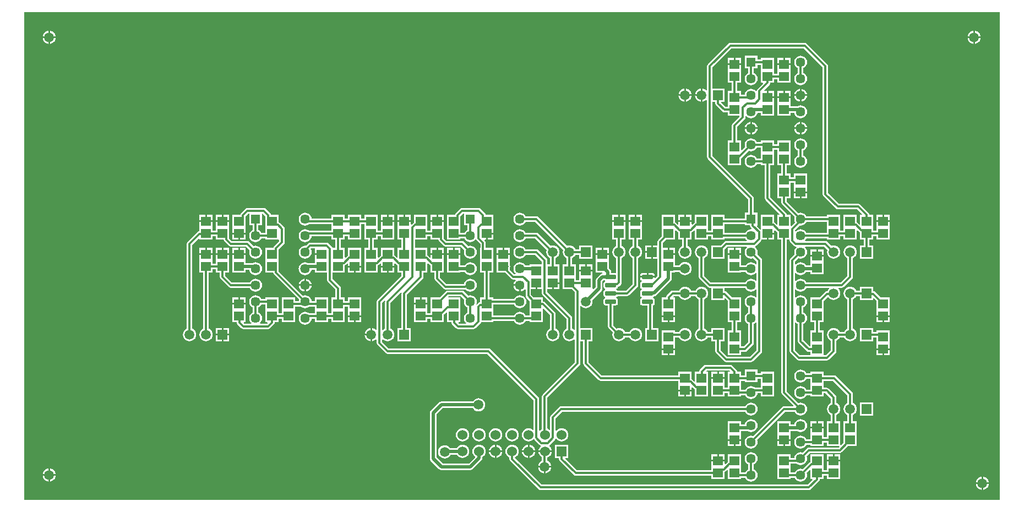
<source format=gbl>
G04*
G04 #@! TF.GenerationSoftware,Altium Limited,Altium Designer,20.0.14 (345)*
G04*
G04 Layer_Physical_Order=2*
G04 Layer_Color=16776960*
%FSLAX25Y25*%
%MOIN*%
G70*
G01*
G75*
%ADD21C,0.02000*%
%ADD22C,0.05937*%
%ADD23R,0.05937X0.05937*%
%ADD24R,0.05709X0.05709*%
%ADD25C,0.05709*%
%ADD26C,0.06024*%
%ADD27R,0.06024X0.06024*%
%ADD28C,0.05906*%
%ADD29R,0.05906X0.05512*%
G04:AMPARAMS|DCode=30|XSize=25.59mil|YSize=64.96mil|CornerRadius=1.92mil|HoleSize=0mil|Usage=FLASHONLY|Rotation=270.000|XOffset=0mil|YOffset=0mil|HoleType=Round|Shape=RoundedRectangle|*
%AMROUNDEDRECTD30*
21,1,0.02559,0.06112,0,0,270.0*
21,1,0.02175,0.06496,0,0,270.0*
1,1,0.00384,-0.03056,-0.01088*
1,1,0.00384,-0.03056,0.01088*
1,1,0.00384,0.03056,0.01088*
1,1,0.00384,0.03056,-0.01088*
%
%ADD30ROUNDEDRECTD30*%
%ADD31C,0.01200*%
G36*
X590551Y0D02*
X0D01*
X-0Y295276D01*
X590551D01*
X590551Y0D01*
D02*
G37*
%LPC*%
G36*
X575500Y283921D02*
Y280500D01*
X578921D01*
X578851Y281032D01*
X578453Y281993D01*
X577819Y282819D01*
X576993Y283453D01*
X576032Y283851D01*
X575500Y283921D01*
D02*
G37*
G36*
X574500D02*
X573968Y283851D01*
X573007Y283453D01*
X572181Y282819D01*
X571547Y281993D01*
X571149Y281032D01*
X571079Y280500D01*
X574500D01*
Y283921D01*
D02*
G37*
G36*
X15500D02*
Y280500D01*
X18921D01*
X18851Y281032D01*
X18453Y281993D01*
X17819Y282819D01*
X16993Y283453D01*
X16032Y283851D01*
X15500Y283921D01*
D02*
G37*
G36*
X14500D02*
X13968Y283851D01*
X13007Y283453D01*
X12181Y282819D01*
X11547Y281993D01*
X11149Y281032D01*
X11079Y280500D01*
X14500D01*
Y283921D01*
D02*
G37*
G36*
X578921Y279500D02*
X575500D01*
Y276079D01*
X576032Y276149D01*
X576993Y276547D01*
X577819Y277181D01*
X578453Y278007D01*
X578851Y278968D01*
X578921Y279500D01*
D02*
G37*
G36*
X574500D02*
X571079D01*
X571149Y278968D01*
X571547Y278007D01*
X572181Y277181D01*
X573007Y276547D01*
X573968Y276149D01*
X574500Y276079D01*
Y279500D01*
D02*
G37*
G36*
X18921D02*
X15500D01*
Y276079D01*
X16032Y276149D01*
X16993Y276547D01*
X17819Y277181D01*
X18453Y278007D01*
X18851Y278968D01*
X18921Y279500D01*
D02*
G37*
G36*
X14500D02*
X11079D01*
X11149Y278968D01*
X11547Y278007D01*
X12181Y277181D01*
X13007Y276547D01*
X13968Y276149D01*
X14500Y276079D01*
Y279500D01*
D02*
G37*
G36*
X472500Y276631D02*
X427500D01*
X426876Y276507D01*
X426346Y276153D01*
X413846Y263653D01*
X413493Y263124D01*
X413369Y262500D01*
Y247907D01*
X412895Y247746D01*
X412830Y247830D01*
X412001Y248466D01*
X411036Y248866D01*
X410500Y248937D01*
Y245000D01*
Y241063D01*
X411036Y241134D01*
X412001Y241533D01*
X412830Y242170D01*
X412895Y242254D01*
X413369Y242093D01*
Y207500D01*
X413493Y206876D01*
X413846Y206347D01*
X423846Y196346D01*
X423846Y196346D01*
X438369Y181824D01*
Y173854D01*
X436146D01*
Y170371D01*
X423953D01*
Y172496D01*
X416047D01*
Y164984D01*
Y162891D01*
X413953D01*
Y164984D01*
Y172496D01*
X406047D01*
Y168109D01*
X405960Y168091D01*
X405431Y167738D01*
X404415Y166722D01*
X403953Y166913D01*
Y168240D01*
X400000D01*
X396047D01*
Y166913D01*
X395585Y166722D01*
X394569Y167738D01*
X394040Y168091D01*
X393953Y168109D01*
Y172496D01*
X386047D01*
Y164984D01*
Y159614D01*
X383846Y157413D01*
X383493Y156884D01*
X383369Y156260D01*
Y153969D01*
X380500D01*
Y150000D01*
Y146031D01*
X383369D01*
Y135676D01*
X382015Y134323D01*
X381587Y134500D01*
X377244D01*
X372973D01*
Y133912D01*
X373065Y133447D01*
X373329Y133053D01*
X373723Y132790D01*
X373898Y132755D01*
Y132245D01*
X373723Y132210D01*
X373329Y131947D01*
X373065Y131553D01*
X372973Y131088D01*
Y128912D01*
X373065Y128447D01*
X373329Y128053D01*
X373723Y127790D01*
X373898Y127755D01*
Y127245D01*
X373723Y127210D01*
X373329Y126947D01*
X373065Y126553D01*
X372973Y126088D01*
Y123912D01*
X373065Y123447D01*
X373329Y123053D01*
X373723Y122790D01*
X373898Y122755D01*
Y122245D01*
X373723Y122210D01*
X373329Y121947D01*
X373065Y121553D01*
X372973Y121088D01*
Y118912D01*
X373065Y118447D01*
X373329Y118053D01*
X373723Y117790D01*
X374188Y117697D01*
X377369D01*
Y103969D01*
X376031D01*
Y96031D01*
X383968D01*
Y103969D01*
X380631D01*
Y117763D01*
X380765Y117790D01*
X381159Y118053D01*
X381423Y118447D01*
X381516Y118912D01*
Y121088D01*
X381423Y121553D01*
X381159Y121947D01*
X380765Y122210D01*
X380591Y122245D01*
Y122755D01*
X380765Y122790D01*
X381159Y123053D01*
X381285Y123241D01*
X382060Y123396D01*
X382721Y123838D01*
X391442Y132558D01*
X391884Y133220D01*
X392039Y134000D01*
Y137504D01*
X393953D01*
Y137961D01*
X396582D01*
X397181Y137181D01*
X398007Y136547D01*
X398968Y136149D01*
X400000Y136013D01*
X401032Y136149D01*
X401993Y136547D01*
X402819Y137181D01*
X403453Y138007D01*
X403851Y138968D01*
X403987Y140000D01*
X403851Y141032D01*
X403453Y141993D01*
X402819Y142819D01*
X401993Y143453D01*
X401032Y143851D01*
X400000Y143987D01*
X398968Y143851D01*
X398007Y143453D01*
X397181Y142819D01*
X396582Y142039D01*
X393953D01*
Y144984D01*
Y148240D01*
X390000D01*
Y148740D01*
X389500D01*
Y152496D01*
X386631D01*
Y155584D01*
X388551Y157504D01*
X393953D01*
Y163087D01*
X394415Y163278D01*
X395431Y162262D01*
X395960Y161909D01*
X396047Y161891D01*
Y157504D01*
X398369D01*
Y153620D01*
X397999Y153466D01*
X397170Y152830D01*
X396533Y152001D01*
X396134Y151036D01*
X395997Y150000D01*
X396134Y148964D01*
X396533Y147999D01*
X397170Y147170D01*
X397999Y146534D01*
X398964Y146134D01*
X400000Y145997D01*
X401036Y146134D01*
X402001Y146534D01*
X402830Y147170D01*
X403467Y147999D01*
X403866Y148964D01*
X404003Y150000D01*
X403866Y151036D01*
X403467Y152001D01*
X402830Y152830D01*
X402001Y153466D01*
X401631Y153620D01*
Y157504D01*
X403953D01*
Y161891D01*
X404040Y161909D01*
X404569Y162262D01*
X405585Y163278D01*
X406047Y163087D01*
Y157504D01*
X413953D01*
Y159628D01*
X416047D01*
Y157504D01*
X423953D01*
Y158369D01*
X436504D01*
X436633Y158056D01*
X437251Y157251D01*
X437407Y157131D01*
X437237Y156631D01*
X425000D01*
X424376Y156507D01*
X423846Y156154D01*
X421661Y153969D01*
X416032D01*
Y146031D01*
X423969D01*
Y151661D01*
X425676Y153369D01*
X437237D01*
X437407Y152869D01*
X437251Y152749D01*
X436633Y151944D01*
X436245Y151006D01*
X436112Y150000D01*
X436245Y148994D01*
X436633Y148056D01*
X437251Y147251D01*
X438056Y146633D01*
X438994Y146245D01*
X440000Y146112D01*
X441006Y146245D01*
X441319Y146374D01*
X443369Y144324D01*
Y142763D01*
X442869Y142593D01*
X442749Y142749D01*
X441944Y143367D01*
X441006Y143755D01*
X440000Y143888D01*
X438994Y143755D01*
X438056Y143367D01*
X437251Y142749D01*
X436706Y142039D01*
X433953D01*
Y144984D01*
Y148240D01*
X430000D01*
X426047D01*
Y144984D01*
Y137504D01*
X433953D01*
Y137961D01*
X436706D01*
X437251Y137251D01*
X438056Y136633D01*
X438994Y136245D01*
X440000Y136112D01*
X441006Y136245D01*
X441944Y136633D01*
X442749Y137251D01*
X442869Y137407D01*
X443369Y137237D01*
Y132763D01*
X442869Y132593D01*
X442749Y132749D01*
X441944Y133367D01*
X441006Y133755D01*
X440000Y133888D01*
X438994Y133755D01*
X438056Y133367D01*
X437251Y132749D01*
X436633Y131944D01*
X436504Y131631D01*
X415676D01*
X411631Y135676D01*
Y146380D01*
X412001Y146534D01*
X412830Y147170D01*
X413467Y147999D01*
X413866Y148964D01*
X414003Y150000D01*
X413866Y151036D01*
X413467Y152001D01*
X412830Y152830D01*
X412001Y153466D01*
X411036Y153866D01*
X410000Y154003D01*
X408964Y153866D01*
X407999Y153466D01*
X407170Y152830D01*
X406533Y152001D01*
X406134Y151036D01*
X405997Y150000D01*
X406134Y148964D01*
X406533Y147999D01*
X407170Y147170D01*
X407999Y146534D01*
X408369Y146380D01*
Y135000D01*
X408493Y134376D01*
X408847Y133846D01*
X413846Y128847D01*
X414376Y128493D01*
X415000Y128369D01*
X416032D01*
Y121031D01*
X423969D01*
Y121811D01*
X424430Y122003D01*
X426047Y120386D01*
Y114984D01*
Y107504D01*
X428369D01*
Y102496D01*
X426047D01*
Y94984D01*
Y87504D01*
X433953D01*
Y89628D01*
X436260D01*
X436884Y89753D01*
X437413Y90106D01*
X441153Y93846D01*
X441507Y94376D01*
X441631Y95000D01*
Y106504D01*
X441944Y106633D01*
X442749Y107251D01*
X442869Y107407D01*
X443369Y107237D01*
Y90676D01*
X439324Y86631D01*
X425676D01*
X421631Y90676D01*
Y96031D01*
X423969D01*
Y103969D01*
X416032D01*
Y101631D01*
X413620D01*
X413467Y102001D01*
X412830Y102830D01*
X412001Y103466D01*
X411631Y103620D01*
Y121380D01*
X412001Y121534D01*
X412830Y122170D01*
X413467Y122999D01*
X413866Y123964D01*
X414003Y125000D01*
X413866Y126036D01*
X413467Y127001D01*
X412830Y127830D01*
X412001Y128466D01*
X411036Y128866D01*
X410000Y129003D01*
X408964Y128866D01*
X407999Y128466D01*
X407170Y127830D01*
X406533Y127001D01*
X406380Y126631D01*
X403620D01*
X403467Y127001D01*
X402830Y127830D01*
X402001Y128466D01*
X401036Y128866D01*
X400000Y129003D01*
X398964Y128866D01*
X397999Y128466D01*
X397170Y127830D01*
X396533Y127001D01*
X396380Y126631D01*
X392500D01*
X391876Y126507D01*
X391347Y126154D01*
X388940Y123747D01*
X388586Y123217D01*
X388462Y122593D01*
Y122496D01*
X386047D01*
Y114984D01*
Y111760D01*
X393953D01*
Y114984D01*
Y122496D01*
X392956D01*
X392765Y122958D01*
X393176Y123369D01*
X396380D01*
X396533Y122999D01*
X397170Y122170D01*
X397999Y121534D01*
X398964Y121134D01*
X400000Y120997D01*
X401036Y121134D01*
X402001Y121534D01*
X402830Y122170D01*
X403467Y122999D01*
X403620Y123369D01*
X406380D01*
X406533Y122999D01*
X407170Y122170D01*
X407999Y121534D01*
X408369Y121380D01*
Y103620D01*
X407999Y103466D01*
X407170Y102830D01*
X406533Y102001D01*
X406134Y101036D01*
X405997Y100000D01*
X406134Y98964D01*
X406533Y97999D01*
X407170Y97170D01*
X407999Y96534D01*
X408964Y96134D01*
X410000Y95997D01*
X411036Y96134D01*
X412001Y96534D01*
X412830Y97170D01*
X413467Y97999D01*
X413620Y98369D01*
X416032D01*
Y96031D01*
X418369D01*
Y90000D01*
X418493Y89376D01*
X418847Y88846D01*
X423846Y83846D01*
X424376Y83493D01*
X425000Y83369D01*
X440000D01*
X440624Y83493D01*
X441153Y83846D01*
X446153Y88846D01*
X446507Y89376D01*
X446631Y90000D01*
Y145000D01*
X446507Y145624D01*
X446153Y146153D01*
X443626Y148681D01*
X443755Y148994D01*
X443888Y150000D01*
X443755Y151006D01*
X443367Y151944D01*
X442749Y152749D01*
X442481Y152954D01*
X442606Y153489D01*
X442624Y153493D01*
X443153Y153847D01*
X445970Y156663D01*
X446324Y157192D01*
X446386Y157504D01*
X449500D01*
Y161260D01*
X450000D01*
Y161760D01*
X453953D01*
Y163087D01*
X454415Y163278D01*
X455431Y162262D01*
X455960Y161909D01*
X456047Y161891D01*
Y157504D01*
X458369D01*
Y65000D01*
X458493Y64376D01*
X458847Y63846D01*
X465600Y57093D01*
X465408Y56631D01*
X460000D01*
X459376Y56507D01*
X458847Y56154D01*
X441319Y38626D01*
X441006Y38755D01*
X440000Y38888D01*
X438994Y38755D01*
X438056Y38367D01*
X437251Y37749D01*
X436633Y36944D01*
X436245Y36006D01*
X436112Y35000D01*
X436245Y33994D01*
X436633Y33056D01*
X437251Y32251D01*
X438056Y31633D01*
X438994Y31245D01*
X440000Y31112D01*
X441006Y31245D01*
X441944Y31633D01*
X442749Y32251D01*
X443367Y33056D01*
X443755Y33994D01*
X443888Y35000D01*
X443755Y36006D01*
X443626Y36319D01*
X460676Y53369D01*
X466504D01*
X466633Y53056D01*
X467251Y52251D01*
X468056Y51633D01*
X468994Y51245D01*
X470000Y51112D01*
X471006Y51245D01*
X471944Y51633D01*
X472749Y52251D01*
X473367Y53056D01*
X473755Y53994D01*
X473888Y55000D01*
X473755Y56006D01*
X473367Y56944D01*
X472749Y57749D01*
X471944Y58367D01*
X471006Y58755D01*
X470000Y58888D01*
X468994Y58755D01*
X468681Y58626D01*
X461631Y65676D01*
Y157504D01*
X463369D01*
Y157000D01*
X463493Y156376D01*
X463846Y155847D01*
X465846Y153847D01*
X466376Y153493D01*
X467000Y153369D01*
X467237D01*
X467407Y152869D01*
X467251Y152749D01*
X466633Y151944D01*
X466245Y151006D01*
X466112Y150000D01*
X466245Y148994D01*
X466374Y148681D01*
X463846Y146153D01*
X463493Y145624D01*
X463369Y145000D01*
Y90000D01*
X463493Y89376D01*
X463846Y88846D01*
X467846Y84847D01*
X468376Y84493D01*
X469000Y84369D01*
X486000D01*
X486624Y84493D01*
X487153Y84847D01*
X491153Y88846D01*
X491507Y89376D01*
X491631Y90000D01*
Y96380D01*
X492001Y96534D01*
X492830Y97170D01*
X493467Y97999D01*
X493620Y98369D01*
X496380D01*
X496533Y97999D01*
X497170Y97170D01*
X497999Y96534D01*
X498964Y96134D01*
X500000Y95997D01*
X501036Y96134D01*
X502001Y96534D01*
X502830Y97170D01*
X503467Y97999D01*
X503866Y98964D01*
X504003Y100000D01*
X503866Y101036D01*
X503467Y102001D01*
X502830Y102830D01*
X502001Y103466D01*
X501631Y103620D01*
Y121380D01*
X502001Y121534D01*
X502830Y122170D01*
X503467Y122999D01*
X503620Y123369D01*
X506032D01*
Y121031D01*
X513969D01*
Y121811D01*
X514430Y122003D01*
X516047Y120386D01*
Y114984D01*
Y111760D01*
X520000D01*
X523953D01*
Y114984D01*
Y122496D01*
X518551D01*
X515219Y125828D01*
X514690Y126182D01*
X514066Y126306D01*
X513969D01*
Y128969D01*
X506032D01*
Y126631D01*
X503620D01*
X503467Y127001D01*
X502830Y127830D01*
X502001Y128466D01*
X501036Y128866D01*
X500000Y129003D01*
X498964Y128866D01*
X497999Y128466D01*
X497170Y127830D01*
X496533Y127001D01*
X496134Y126036D01*
X495997Y125000D01*
X496134Y123964D01*
X496533Y122999D01*
X497170Y122170D01*
X497999Y121534D01*
X498369Y121380D01*
Y103620D01*
X497999Y103466D01*
X497170Y102830D01*
X496533Y102001D01*
X496380Y101631D01*
X493620D01*
X493467Y102001D01*
X492830Y102830D01*
X492001Y103466D01*
X491036Y103866D01*
X490000Y104003D01*
X488964Y103866D01*
X487999Y103466D01*
X487170Y102830D01*
X486533Y102001D01*
X486134Y101036D01*
X485997Y100000D01*
X486134Y98964D01*
X486533Y97999D01*
X487170Y97170D01*
X487999Y96534D01*
X488369Y96380D01*
Y90676D01*
X485324Y87631D01*
X483953D01*
Y94984D01*
Y102496D01*
X481631D01*
Y107504D01*
X483953D01*
Y114984D01*
Y120386D01*
X486279Y122712D01*
X486778Y122680D01*
X487170Y122170D01*
X487999Y121534D01*
X488964Y121134D01*
X490000Y120997D01*
X491036Y121134D01*
X492001Y121534D01*
X492830Y122170D01*
X493467Y122999D01*
X493866Y123964D01*
X494003Y125000D01*
X493866Y126036D01*
X493467Y127001D01*
X492830Y127830D01*
X492746Y127895D01*
X492907Y128369D01*
X495000D01*
X495624Y128493D01*
X496153Y128847D01*
X501154Y133846D01*
X501507Y134376D01*
X501631Y135000D01*
Y146380D01*
X502001Y146534D01*
X502830Y147170D01*
X503467Y147999D01*
X503866Y148964D01*
X504003Y150000D01*
X503866Y151036D01*
X503467Y152001D01*
X502830Y152830D01*
X502001Y153466D01*
X501036Y153866D01*
X500000Y154003D01*
X498964Y153866D01*
X497999Y153466D01*
X497170Y152830D01*
X496533Y152001D01*
X496134Y151036D01*
X495997Y150000D01*
X496134Y148964D01*
X496533Y147999D01*
X497170Y147170D01*
X497999Y146534D01*
X498369Y146380D01*
Y135676D01*
X494324Y131631D01*
X473496D01*
X473367Y131944D01*
X472749Y132749D01*
X471944Y133367D01*
X471006Y133755D01*
X470000Y133888D01*
X468994Y133755D01*
X468056Y133367D01*
X467251Y132749D01*
X467131Y132593D01*
X466631Y132763D01*
Y137237D01*
X467131Y137407D01*
X467251Y137251D01*
X468056Y136633D01*
X468994Y136245D01*
X470000Y136112D01*
X471006Y136245D01*
X471944Y136633D01*
X472749Y137251D01*
X473294Y137961D01*
X476047D01*
Y136504D01*
X483953D01*
Y143984D01*
Y147240D01*
X480000D01*
X476047D01*
Y143984D01*
Y142039D01*
X473294D01*
X472749Y142749D01*
X471944Y143367D01*
X471006Y143755D01*
X470000Y143888D01*
X468994Y143755D01*
X468056Y143367D01*
X467251Y142749D01*
X467131Y142593D01*
X466631Y142763D01*
Y144324D01*
X468681Y146374D01*
X468994Y146245D01*
X470000Y146112D01*
X471006Y146245D01*
X471944Y146633D01*
X472749Y147251D01*
X473367Y148056D01*
X473755Y148994D01*
X473888Y150000D01*
X473755Y151006D01*
X473367Y151944D01*
X472749Y152749D01*
X472593Y152869D01*
X472763Y153369D01*
X484324D01*
X486287Y151406D01*
X486134Y151036D01*
X485997Y150000D01*
X486134Y148964D01*
X486533Y147999D01*
X487170Y147170D01*
X487999Y146534D01*
X488964Y146134D01*
X490000Y145997D01*
X491036Y146134D01*
X492001Y146534D01*
X492830Y147170D01*
X493467Y147999D01*
X493866Y148964D01*
X494003Y150000D01*
X493866Y151036D01*
X493467Y152001D01*
X492830Y152830D01*
X492001Y153466D01*
X491036Y153866D01*
X490000Y154003D01*
X488964Y153866D01*
X488594Y153713D01*
X486154Y156154D01*
X485624Y156507D01*
X485000Y156631D01*
X472763D01*
X472593Y157131D01*
X472749Y157251D01*
X473367Y158056D01*
X473496Y158369D01*
X486047D01*
Y157504D01*
X493953D01*
Y159628D01*
X496047D01*
Y157504D01*
X503953D01*
Y163087D01*
X504415Y163278D01*
X505431Y162262D01*
X505960Y161909D01*
X506047Y161891D01*
Y157504D01*
X508369D01*
Y153969D01*
X506032D01*
Y146031D01*
X513969D01*
Y153969D01*
X511631D01*
Y157504D01*
X513953D01*
Y159628D01*
X516047D01*
Y157504D01*
X523953D01*
Y164984D01*
Y168240D01*
X520000D01*
X516047D01*
Y164984D01*
Y162891D01*
X513953D01*
Y164984D01*
Y172496D01*
X511631D01*
Y172500D01*
X511507Y173124D01*
X511154Y173653D01*
X506153Y178654D01*
X505624Y179007D01*
X505000Y179131D01*
X493176D01*
X486631Y185676D01*
Y262500D01*
X486507Y263124D01*
X486154Y263653D01*
X473654Y276153D01*
X473124Y276507D01*
X472500Y276631D01*
D02*
G37*
G36*
X409500Y248937D02*
X408964Y248866D01*
X407999Y248466D01*
X407170Y247830D01*
X406533Y247001D01*
X406134Y246036D01*
X406063Y245500D01*
X409500D01*
Y248937D01*
D02*
G37*
G36*
X400500D02*
Y245500D01*
X403937D01*
X403866Y246036D01*
X403467Y247001D01*
X402830Y247830D01*
X402001Y248466D01*
X401036Y248866D01*
X400500Y248937D01*
D02*
G37*
G36*
X399500D02*
X398964Y248866D01*
X397999Y248466D01*
X397170Y247830D01*
X396533Y247001D01*
X396134Y246036D01*
X396063Y245500D01*
X399500D01*
Y248937D01*
D02*
G37*
G36*
X409500Y244500D02*
X406063D01*
X406134Y243964D01*
X406533Y242999D01*
X407170Y242170D01*
X407999Y241533D01*
X408964Y241134D01*
X409500Y241063D01*
Y244500D01*
D02*
G37*
G36*
X403937D02*
X400500D01*
Y241063D01*
X401036Y241134D01*
X402001Y241533D01*
X402830Y242170D01*
X403467Y242999D01*
X403866Y243964D01*
X403937Y244500D01*
D02*
G37*
G36*
X399500D02*
X396063D01*
X396134Y243964D01*
X396533Y242999D01*
X397170Y242170D01*
X397999Y241533D01*
X398964Y241134D01*
X399500Y241063D01*
Y244500D01*
D02*
G37*
G36*
X523953Y172496D02*
X520500D01*
Y169240D01*
X523953D01*
Y172496D01*
D02*
G37*
G36*
X253953D02*
X250500D01*
Y169240D01*
X253953D01*
Y172496D01*
D02*
G37*
G36*
X113953D02*
X110500D01*
Y169240D01*
X113953D01*
Y172496D01*
D02*
G37*
G36*
X373953D02*
X370500D01*
Y169240D01*
X373953D01*
Y172496D01*
D02*
G37*
G36*
X233953D02*
X230500D01*
Y169240D01*
X233953D01*
Y172496D01*
D02*
G37*
G36*
X123953D02*
X120500D01*
Y169240D01*
X123953D01*
Y172496D01*
D02*
G37*
G36*
X403953D02*
X400500D01*
Y169240D01*
X403953D01*
Y172496D01*
D02*
G37*
G36*
X363953D02*
X360500D01*
Y169240D01*
X363953D01*
Y172496D01*
D02*
G37*
G36*
X223953D02*
X220500D01*
Y169240D01*
X223953D01*
Y172496D01*
D02*
G37*
G36*
X249500D02*
X246047D01*
Y169240D01*
X249500D01*
Y172496D01*
D02*
G37*
G36*
X109500D02*
X106047D01*
Y169240D01*
X109500D01*
Y172496D01*
D02*
G37*
G36*
X519500D02*
X516047D01*
Y169240D01*
X519500D01*
Y172496D01*
D02*
G37*
G36*
X369500D02*
X366047D01*
Y169240D01*
X369500D01*
Y172496D01*
D02*
G37*
G36*
X229500D02*
X226047D01*
Y169240D01*
X229500D01*
Y172496D01*
D02*
G37*
G36*
X119500D02*
X116047D01*
Y169240D01*
X119500D01*
Y172496D01*
D02*
G37*
G36*
X399500D02*
X396047D01*
Y169240D01*
X399500D01*
Y172496D01*
D02*
G37*
G36*
X359500D02*
X356047D01*
Y169240D01*
X359500D01*
Y172496D01*
D02*
G37*
G36*
X219500D02*
X216047D01*
Y169240D01*
X219500D01*
Y172496D01*
D02*
G37*
G36*
X283953Y160760D02*
X280500D01*
Y157504D01*
X283953D01*
Y160760D01*
D02*
G37*
G36*
X133953D02*
X130500D01*
Y157504D01*
X133953D01*
Y160760D01*
D02*
G37*
G36*
X129500D02*
X126047D01*
Y157504D01*
X129500D01*
Y160760D01*
D02*
G37*
G36*
X453953Y160760D02*
X450500D01*
Y157504D01*
X453953D01*
Y160760D01*
D02*
G37*
G36*
X379500Y153969D02*
X376031D01*
Y150500D01*
X379500D01*
Y153969D01*
D02*
G37*
G36*
X433953Y152496D02*
X430500D01*
Y149240D01*
X433953D01*
Y152496D01*
D02*
G37*
G36*
X293953D02*
X290500D01*
Y149240D01*
X293953D01*
Y152496D01*
D02*
G37*
G36*
X253953D02*
X250500D01*
Y149240D01*
X253953D01*
Y152496D01*
D02*
G37*
G36*
X113953D02*
X110500D01*
Y149240D01*
X113953D01*
Y152496D01*
D02*
G37*
G36*
X393953D02*
X390500D01*
Y149240D01*
X393953D01*
Y152496D01*
D02*
G37*
G36*
X353953D02*
X350500D01*
Y149240D01*
X353953D01*
Y152496D01*
D02*
G37*
G36*
X263953D02*
X260500D01*
Y149240D01*
X263953D01*
Y152496D01*
D02*
G37*
G36*
X123953D02*
X120500D01*
Y149240D01*
X123953D01*
Y152496D01*
D02*
G37*
G36*
X133953D02*
X130500D01*
Y149240D01*
X133953D01*
Y152496D01*
D02*
G37*
G36*
X289500D02*
X286047D01*
Y149240D01*
X289500D01*
Y152496D01*
D02*
G37*
G36*
X249500D02*
X246047D01*
Y149240D01*
X249500D01*
Y152496D01*
D02*
G37*
G36*
X109500D02*
X106047D01*
Y149240D01*
X109500D01*
Y152496D01*
D02*
G37*
G36*
X429500D02*
X426047D01*
Y149240D01*
X429500D01*
Y152496D01*
D02*
G37*
G36*
X349500D02*
X346047D01*
Y149240D01*
X349500D01*
Y152496D01*
D02*
G37*
G36*
X259500D02*
X256047D01*
Y149240D01*
X259500D01*
Y152496D01*
D02*
G37*
G36*
X119500D02*
X116047D01*
Y149240D01*
X119500D01*
Y152496D01*
D02*
G37*
G36*
X129500D02*
X126047D01*
Y149240D01*
X129500D01*
Y152496D01*
D02*
G37*
G36*
X483953Y151496D02*
X480500D01*
Y148240D01*
X483953D01*
Y151496D01*
D02*
G37*
G36*
X479500D02*
X476047D01*
Y148240D01*
X479500D01*
Y151496D01*
D02*
G37*
G36*
X275000Y176631D02*
X265000D01*
X264376Y176507D01*
X263846Y176154D01*
X261144Y173451D01*
X260790Y172922D01*
X260705Y172496D01*
X256047D01*
Y164984D01*
Y157504D01*
X263953D01*
Y158369D01*
X266504D01*
X266633Y158056D01*
X267251Y157251D01*
X268056Y156633D01*
X268994Y156245D01*
X270000Y156112D01*
X271006Y156245D01*
X271944Y156633D01*
X272749Y157251D01*
X273000Y157578D01*
X273131Y157601D01*
X273587Y157522D01*
X273847Y157135D01*
X276072Y154910D01*
Y152496D01*
X276047D01*
Y144984D01*
Y137504D01*
X278369D01*
Y122496D01*
X276047D01*
Y119581D01*
X275950D01*
X275326Y119457D01*
X274797Y119104D01*
X274020Y118327D01*
X273596Y118611D01*
X273755Y118994D01*
X273888Y120000D01*
X273755Y121006D01*
X273367Y121944D01*
X272749Y122749D01*
X271944Y123367D01*
X271006Y123755D01*
X270000Y123888D01*
X268994Y123755D01*
X268681Y123626D01*
X266154Y126154D01*
X265624Y126507D01*
X265000Y126631D01*
X256260D01*
X255636Y126507D01*
X255106Y126154D01*
X251449Y122496D01*
X246047D01*
Y114984D01*
Y112891D01*
X243953D01*
Y114984D01*
Y118240D01*
X236047D01*
Y114984D01*
Y107504D01*
X243953D01*
Y109628D01*
X246047D01*
Y107504D01*
X253953D01*
Y112179D01*
X254078Y112262D01*
X255585Y113769D01*
X256047Y113578D01*
Y107504D01*
X258462D01*
Y107407D01*
X258586Y106783D01*
X258940Y106253D01*
X261347Y103847D01*
X261876Y103493D01*
X262500Y103369D01*
X272000D01*
X272624Y103493D01*
X273153Y103847D01*
X276153Y106846D01*
X276507Y107376D01*
X276533Y107504D01*
X283953D01*
Y108369D01*
X296504D01*
X296633Y108056D01*
X297251Y107251D01*
X298056Y106633D01*
X298994Y106245D01*
X300000Y106112D01*
X301006Y106245D01*
X301944Y106633D01*
X302749Y107251D01*
X303367Y108056D01*
X303496Y108369D01*
X306047D01*
Y107504D01*
X313953D01*
Y115587D01*
X314415Y115778D01*
X318369Y111824D01*
Y103620D01*
X317999Y103466D01*
X317170Y102830D01*
X316533Y102001D01*
X316134Y101036D01*
X315997Y100000D01*
X316134Y98964D01*
X316533Y97999D01*
X317170Y97170D01*
X317999Y96534D01*
X318964Y96134D01*
X320000Y95997D01*
X321036Y96134D01*
X322001Y96534D01*
X322830Y97170D01*
X323466Y97999D01*
X323866Y98964D01*
X324003Y100000D01*
X323866Y101036D01*
X323466Y102001D01*
X322830Y102830D01*
X322001Y103466D01*
X321631Y103620D01*
Y112500D01*
X321507Y113124D01*
X321153Y113654D01*
X315203Y119604D01*
X314674Y119957D01*
X314050Y120081D01*
X313953D01*
Y122496D01*
X308370D01*
X306726Y124140D01*
Y127504D01*
X309500D01*
Y131260D01*
X310500D01*
Y127504D01*
X313369D01*
Y125000D01*
X313493Y124376D01*
X313846Y123846D01*
X328369Y109324D01*
Y103620D01*
X327999Y103466D01*
X327170Y102830D01*
X326534Y102001D01*
X326134Y101036D01*
X325997Y100000D01*
X326134Y98964D01*
X326534Y97999D01*
X327170Y97170D01*
X327999Y96534D01*
X328964Y96134D01*
X330000Y95997D01*
X331036Y96134D01*
X332001Y96534D01*
X332830Y97170D01*
X332895Y97254D01*
X333369Y97093D01*
Y83176D01*
X313846Y63653D01*
X313493Y63124D01*
X313369Y62500D01*
Y42923D01*
X313252Y42874D01*
X312414Y42231D01*
X312131Y41863D01*
X311631Y42032D01*
Y61000D01*
X311507Y61624D01*
X311154Y62154D01*
X282154Y91154D01*
X281624Y91507D01*
X281000Y91631D01*
X220676D01*
X216631Y95676D01*
Y97093D01*
X217105Y97254D01*
X217170Y97170D01*
X217999Y96534D01*
X218964Y96134D01*
X220000Y95997D01*
X221036Y96134D01*
X222001Y96534D01*
X222830Y97170D01*
X223466Y97999D01*
X223866Y98964D01*
X224003Y100000D01*
X223866Y101036D01*
X223466Y102001D01*
X222830Y102830D01*
X222001Y103466D01*
X221631Y103620D01*
Y119324D01*
X227996Y125689D01*
X228457Y125443D01*
X228369Y125000D01*
Y103969D01*
X226031D01*
Y96031D01*
X233968D01*
Y103969D01*
X231631D01*
Y124324D01*
X241154Y133846D01*
X241507Y134376D01*
X241631Y135000D01*
X241631Y135000D01*
Y137504D01*
X243953D01*
Y143087D01*
X244415Y143278D01*
X245431Y142262D01*
X245960Y141909D01*
X246047Y141891D01*
Y137504D01*
X248369D01*
Y134000D01*
X248493Y133376D01*
X248847Y132846D01*
X253847Y127847D01*
X254376Y127493D01*
X255000Y127369D01*
X267043D01*
X267145Y127389D01*
X267251Y127251D01*
X268056Y126633D01*
X268994Y126245D01*
X270000Y126112D01*
X271006Y126245D01*
X271944Y126633D01*
X272749Y127251D01*
X273367Y128056D01*
X273755Y128994D01*
X273888Y130000D01*
X273755Y131006D01*
X273367Y131944D01*
X272749Y132749D01*
X271944Y133367D01*
X271006Y133755D01*
X270000Y133888D01*
X268994Y133755D01*
X268056Y133367D01*
X267251Y132749D01*
X266633Y131944D01*
X266245Y131006D01*
X266196Y130631D01*
X255676D01*
X251631Y134676D01*
Y137504D01*
X253953D01*
Y144984D01*
Y148240D01*
X250000D01*
Y148740D01*
D01*
Y148240D01*
X246047D01*
Y146913D01*
X245585Y146722D01*
X244569Y147738D01*
X244040Y148091D01*
X243953Y148109D01*
Y152496D01*
X236631D01*
Y157504D01*
X243953D01*
Y159628D01*
X246047D01*
Y157504D01*
X250705D01*
X250790Y157079D01*
X251144Y156549D01*
X253847Y153847D01*
X254376Y153493D01*
X255000Y153369D01*
X264324D01*
X266374Y151319D01*
X266245Y151006D01*
X266112Y150000D01*
X266245Y148994D01*
X266633Y148056D01*
X267251Y147251D01*
X268056Y146633D01*
X268994Y146245D01*
X270000Y146112D01*
X271006Y146245D01*
X271944Y146633D01*
X272749Y147251D01*
X273367Y148056D01*
X273755Y148994D01*
X273888Y150000D01*
X273755Y151006D01*
X273367Y151944D01*
X272749Y152749D01*
X271944Y153367D01*
X271006Y153755D01*
X270000Y153888D01*
X268994Y153755D01*
X268681Y153626D01*
X266154Y156154D01*
X265624Y156507D01*
X265000Y156631D01*
X255676D01*
X253953Y158354D01*
Y164984D01*
Y168240D01*
X250000D01*
X246047D01*
Y164984D01*
Y162891D01*
X243953D01*
Y164984D01*
Y172496D01*
X236047D01*
Y168109D01*
X235960Y168091D01*
X235431Y167738D01*
X234415Y166722D01*
X233953Y166913D01*
Y168240D01*
X230000D01*
X226047D01*
Y164984D01*
Y157504D01*
X228369D01*
Y152496D01*
X226047D01*
Y146913D01*
X225585Y146722D01*
X224569Y147738D01*
X224040Y148091D01*
X223953Y148109D01*
Y152496D01*
X216047D01*
Y148109D01*
X215960Y148091D01*
X215431Y147738D01*
X214415Y146722D01*
X213953Y146913D01*
Y152496D01*
X211631D01*
Y157504D01*
X213953D01*
Y159628D01*
X216047D01*
Y157504D01*
X223953D01*
Y164984D01*
Y168240D01*
X220000D01*
X216047D01*
Y164984D01*
Y162891D01*
X213953D01*
Y164984D01*
Y172496D01*
X206047D01*
Y170371D01*
X203953D01*
Y172496D01*
X196047D01*
Y170371D01*
X193953D01*
Y172496D01*
X186047D01*
Y170371D01*
X173839D01*
X173755Y171006D01*
X173367Y171944D01*
X172749Y172749D01*
X171944Y173367D01*
X171006Y173755D01*
X170000Y173888D01*
X168994Y173755D01*
X168056Y173367D01*
X167251Y172749D01*
X166633Y171944D01*
X166245Y171006D01*
X166112Y170000D01*
X166245Y168994D01*
X166633Y168056D01*
X167251Y167251D01*
X168056Y166633D01*
X168994Y166245D01*
X170000Y166112D01*
X171006Y166245D01*
X171944Y166633D01*
X172564Y167109D01*
X186047D01*
Y162891D01*
X172564D01*
X171944Y163367D01*
X171006Y163755D01*
X170000Y163888D01*
X168994Y163755D01*
X168056Y163367D01*
X167251Y162749D01*
X166633Y161944D01*
X166245Y161006D01*
X166112Y160000D01*
X166245Y158994D01*
X166633Y158056D01*
X167251Y157251D01*
X168056Y156633D01*
X168994Y156245D01*
X170000Y156112D01*
X171006Y156245D01*
X171944Y156633D01*
X172749Y157251D01*
X173367Y158056D01*
X173755Y158994D01*
X173839Y159628D01*
X186047D01*
Y157504D01*
X188369D01*
Y152496D01*
X186533D01*
X186507Y152624D01*
X186153Y153154D01*
X184153Y155154D01*
X183624Y155507D01*
X183000Y155631D01*
X173000D01*
X172376Y155507D01*
X171846Y155154D01*
X170513Y153820D01*
X170000Y153888D01*
X168994Y153755D01*
X168056Y153367D01*
X167251Y152749D01*
X166633Y151944D01*
X166245Y151006D01*
X166112Y150000D01*
X166245Y148994D01*
X166633Y148056D01*
X167251Y147251D01*
X168056Y146633D01*
X168994Y146245D01*
X170000Y146112D01*
X171006Y146245D01*
X171944Y146633D01*
X172749Y147251D01*
X173367Y148056D01*
X173755Y148994D01*
X173888Y150000D01*
X173755Y151006D01*
X173367Y151944D01*
X173316Y152009D01*
X173676Y152369D01*
X176047D01*
Y149240D01*
X180000D01*
Y148240D01*
X176047D01*
Y144984D01*
Y143299D01*
X172263D01*
X172080Y143263D01*
X171944Y143367D01*
X171006Y143755D01*
X170000Y143888D01*
X168994Y143755D01*
X168056Y143367D01*
X167251Y142749D01*
X166633Y141944D01*
X166245Y141006D01*
X166240Y140965D01*
X166116Y140780D01*
X165961Y140000D01*
X166116Y139220D01*
X166240Y139035D01*
X166245Y138994D01*
X166633Y138056D01*
X167251Y137251D01*
X168056Y136633D01*
X168994Y136245D01*
X170000Y136112D01*
X171006Y136245D01*
X171944Y136633D01*
X172749Y137251D01*
X173367Y138056D01*
X173755Y138994D01*
X173785Y139221D01*
X176047D01*
Y137504D01*
X183369D01*
Y133000D01*
X183493Y132376D01*
X183846Y131846D01*
X188369Y127324D01*
Y122496D01*
X186047D01*
Y114984D01*
Y112891D01*
X183953D01*
Y114984D01*
Y122496D01*
X176047D01*
Y120371D01*
X173839D01*
X173755Y121006D01*
X173367Y121944D01*
X172749Y122749D01*
X171944Y123367D01*
X171006Y123755D01*
X170000Y123888D01*
X168994Y123755D01*
X168681Y123626D01*
X153953Y138354D01*
Y144984D01*
Y151646D01*
X157153Y154847D01*
X157507Y155376D01*
X157631Y156000D01*
Y164000D01*
X157507Y164624D01*
X157153Y165154D01*
X154569Y167738D01*
X154040Y168091D01*
X153953Y168109D01*
Y172496D01*
X149295D01*
X149210Y172922D01*
X148856Y173451D01*
X146153Y176154D01*
X145624Y176507D01*
X145000Y176631D01*
X135000D01*
X134376Y176507D01*
X133846Y176154D01*
X131144Y173451D01*
X130790Y172922D01*
X130705Y172496D01*
X126047D01*
Y164984D01*
Y161760D01*
X130000D01*
X133953D01*
Y164984D01*
Y171646D01*
X135646Y173339D01*
X136146Y173296D01*
Y166146D01*
X138369D01*
Y163496D01*
X138056Y163367D01*
X137251Y162749D01*
X136633Y161944D01*
X136245Y161006D01*
X136112Y160000D01*
X136245Y158994D01*
X136633Y158056D01*
X137251Y157251D01*
X138056Y156633D01*
X138994Y156245D01*
X140000Y156112D01*
X141006Y156245D01*
X141944Y156633D01*
X142749Y157251D01*
X143367Y158056D01*
X143496Y158369D01*
X146047D01*
Y157504D01*
X153953D01*
X154369Y157301D01*
Y156676D01*
X151144Y153451D01*
X150790Y152921D01*
X150705Y152496D01*
X146047D01*
Y144984D01*
Y137504D01*
X150705D01*
X150790Y137078D01*
X151144Y136549D01*
X166374Y121319D01*
X166245Y121006D01*
X166161Y120371D01*
X163953D01*
Y122496D01*
X156047D01*
Y114984D01*
Y112891D01*
X153953D01*
Y114984D01*
Y122496D01*
X146047D01*
Y121631D01*
X143496D01*
X143367Y121944D01*
X142749Y122749D01*
X141944Y123367D01*
X141006Y123755D01*
X140000Y123888D01*
X138994Y123755D01*
X138056Y123367D01*
X137251Y122749D01*
X136633Y121944D01*
X136245Y121006D01*
X136112Y120000D01*
X136245Y118994D01*
X136633Y118056D01*
X137251Y117251D01*
X138056Y116633D01*
X138369Y116504D01*
Y113496D01*
X138056Y113367D01*
X137251Y112749D01*
X136633Y111944D01*
X136245Y111006D01*
X136112Y110000D01*
X136245Y108994D01*
X136633Y108056D01*
X137251Y107251D01*
X137407Y107131D01*
X137237Y106631D01*
X133176D01*
X132765Y107042D01*
X132956Y107504D01*
X133953D01*
Y114984D01*
Y118240D01*
X126047D01*
Y114984D01*
Y107504D01*
X128462D01*
Y107407D01*
X128586Y106783D01*
X128940Y106253D01*
X131346Y103847D01*
X131876Y103493D01*
X132500Y103369D01*
X147500D01*
X148124Y103493D01*
X148653Y103847D01*
X151060Y106253D01*
X151414Y106783D01*
X151538Y107407D01*
Y107504D01*
X153953D01*
Y109628D01*
X156047D01*
Y107504D01*
X163953D01*
Y114984D01*
Y117109D01*
X167436D01*
X168056Y116633D01*
X168994Y116245D01*
X170000Y116112D01*
X171006Y116245D01*
X171944Y116633D01*
X172564Y117109D01*
X176047D01*
Y112891D01*
X172564D01*
X171944Y113367D01*
X171006Y113755D01*
X170000Y113888D01*
X168994Y113755D01*
X168056Y113367D01*
X167251Y112749D01*
X166633Y111944D01*
X166245Y111006D01*
X166112Y110000D01*
X166245Y108994D01*
X166633Y108056D01*
X167251Y107251D01*
X168056Y106633D01*
X168994Y106245D01*
X170000Y106112D01*
X171006Y106245D01*
X171944Y106633D01*
X172749Y107251D01*
X173367Y108056D01*
X173755Y108994D01*
X173839Y109628D01*
X176047D01*
Y107504D01*
X183953D01*
Y109628D01*
X186047D01*
Y107504D01*
X193953D01*
Y114984D01*
Y117109D01*
X196047D01*
Y114984D01*
Y111760D01*
X200000D01*
X203953D01*
Y114984D01*
Y122496D01*
X196047D01*
Y120371D01*
X193953D01*
Y122496D01*
X191631D01*
Y128000D01*
X191507Y128624D01*
X191154Y129154D01*
X186631Y133676D01*
Y137504D01*
X193953D01*
Y141891D01*
X194040Y141909D01*
X194569Y142262D01*
X195585Y143278D01*
X196047Y143087D01*
Y141760D01*
X203953D01*
Y144984D01*
Y152496D01*
X196047D01*
Y148109D01*
X195960Y148091D01*
X195431Y147738D01*
X194415Y146722D01*
X193953Y146913D01*
Y152496D01*
X191631D01*
Y157504D01*
X193953D01*
Y159628D01*
X196047D01*
Y157504D01*
X203953D01*
Y164984D01*
Y167109D01*
X206047D01*
Y164984D01*
Y157504D01*
X208369D01*
Y152496D01*
X206047D01*
Y144984D01*
Y137504D01*
X213953D01*
Y141891D01*
X214040Y141909D01*
X214569Y142262D01*
X215585Y143278D01*
X216047Y143087D01*
Y141760D01*
X223953D01*
Y143087D01*
X224415Y143278D01*
X225431Y142262D01*
X225960Y141909D01*
X226047Y141891D01*
Y137504D01*
X228369D01*
Y135676D01*
X213846Y121153D01*
X213493Y120624D01*
X213369Y120000D01*
Y102907D01*
X212895Y102746D01*
X212830Y102830D01*
X212001Y103466D01*
X211036Y103866D01*
X210500Y103937D01*
Y100000D01*
Y96063D01*
X211036Y96134D01*
X212001Y96534D01*
X212830Y97170D01*
X212895Y97254D01*
X213369Y97093D01*
Y95000D01*
X213493Y94376D01*
X213846Y93846D01*
X218847Y88846D01*
X219376Y88493D01*
X220000Y88369D01*
X280324D01*
X308369Y60324D01*
Y42684D01*
X307869Y42437D01*
X307299Y42874D01*
X306323Y43279D01*
X305276Y43417D01*
X304228Y43279D01*
X303252Y42874D01*
X302414Y42231D01*
X301771Y41393D01*
X301367Y40417D01*
X301229Y39370D01*
X301367Y38323D01*
X301771Y37347D01*
X302414Y36509D01*
X303252Y35866D01*
X304228Y35462D01*
X305276Y35324D01*
X306323Y35462D01*
X307299Y35866D01*
X308137Y36509D01*
X308752Y36489D01*
X308846Y36347D01*
X311906Y33287D01*
X312435Y32934D01*
X312493Y32922D01*
X312618Y32388D01*
X312414Y32231D01*
X311771Y31393D01*
X311367Y30417D01*
X311295Y29870D01*
X319256D01*
X319184Y30417D01*
X318780Y31393D01*
X318137Y32231D01*
X317780Y32505D01*
X317821Y33104D01*
X318094Y33287D01*
X321153Y36347D01*
X321507Y36876D01*
X322041Y36996D01*
X322414Y36509D01*
X323252Y35866D01*
X324228Y35462D01*
X325276Y35324D01*
X326323Y35462D01*
X327299Y35866D01*
X328137Y36509D01*
X328780Y37347D01*
X329184Y38323D01*
X329322Y39370D01*
X329184Y40417D01*
X328780Y41393D01*
X328137Y42231D01*
X327299Y42874D01*
X326323Y43279D01*
X325276Y43417D01*
X324228Y43279D01*
X323252Y42874D01*
X322414Y42231D01*
X322131Y41863D01*
X321631Y42032D01*
Y49324D01*
X325676Y53369D01*
X436504D01*
X436633Y53056D01*
X437251Y52251D01*
X438056Y51633D01*
X438994Y51245D01*
X440000Y51112D01*
X441006Y51245D01*
X441944Y51633D01*
X442749Y52251D01*
X443367Y53056D01*
X443755Y53994D01*
X443888Y55000D01*
X443755Y56006D01*
X443367Y56944D01*
X442749Y57749D01*
X441944Y58367D01*
X441006Y58755D01*
X440000Y58888D01*
X438994Y58755D01*
X438056Y58367D01*
X437251Y57749D01*
X436633Y56944D01*
X436504Y56631D01*
X325000D01*
X324376Y56507D01*
X323847Y56154D01*
X318847Y51153D01*
X318493Y50624D01*
X318369Y50000D01*
Y42684D01*
X317869Y42437D01*
X317299Y42874D01*
X316631Y43151D01*
Y61824D01*
X336154Y81346D01*
X336507Y81876D01*
X336631Y82500D01*
Y96031D01*
X338369D01*
Y82500D01*
X338493Y81876D01*
X338846Y81346D01*
X347606Y72587D01*
X348136Y72233D01*
X348760Y72109D01*
X396047D01*
Y69984D01*
Y66760D01*
X403953D01*
Y68087D01*
X404415Y68278D01*
X405431Y67262D01*
X405960Y66909D01*
X406047Y66891D01*
Y62504D01*
X413953D01*
Y69984D01*
Y77496D01*
X412956D01*
X412765Y77958D01*
X413176Y78369D01*
X426824D01*
X427235Y77958D01*
X427044Y77496D01*
X426047D01*
Y69984D01*
Y67891D01*
X423953D01*
Y69984D01*
Y73240D01*
X420000D01*
X416047D01*
Y69984D01*
Y62504D01*
X423953D01*
Y64628D01*
X426047D01*
Y62504D01*
X433953D01*
Y63369D01*
X436504D01*
X436633Y63056D01*
X437251Y62251D01*
X438056Y61633D01*
X438994Y61245D01*
X440000Y61112D01*
X441006Y61245D01*
X441944Y61633D01*
X442749Y62251D01*
X443367Y63056D01*
X443755Y63994D01*
X443839Y64628D01*
X446047D01*
Y62504D01*
X453953D01*
Y69984D01*
Y77496D01*
X446047D01*
Y76631D01*
X443854D01*
Y78854D01*
X436146D01*
Y75371D01*
X433953D01*
Y77496D01*
X431538D01*
Y77593D01*
X431414Y78217D01*
X431061Y78747D01*
X428654Y81154D01*
X428124Y81507D01*
X427500Y81631D01*
X412500D01*
X411876Y81507D01*
X411346Y81154D01*
X408940Y78747D01*
X408586Y78217D01*
X408462Y77593D01*
Y77496D01*
X406047D01*
Y71913D01*
X405585Y71722D01*
X404569Y72738D01*
X404040Y73091D01*
X403953Y73109D01*
Y77496D01*
X396047D01*
Y75371D01*
X349436D01*
X341631Y83176D01*
Y96031D01*
X343969D01*
Y103969D01*
X336631D01*
Y117119D01*
X337105Y117280D01*
X337181Y117181D01*
X338007Y116547D01*
X338968Y116149D01*
X340000Y116013D01*
X341032Y116149D01*
X341993Y116547D01*
X342819Y117181D01*
X343453Y118007D01*
X343851Y118968D01*
X343987Y120000D01*
X343859Y120975D01*
X349442Y126558D01*
X349884Y127220D01*
X350039Y128000D01*
Y132155D01*
X350845Y132961D01*
X351223D01*
X351479Y132790D01*
X351653Y132755D01*
Y132245D01*
X351479Y132210D01*
X351085Y131947D01*
X350821Y131553D01*
X350729Y131088D01*
Y128912D01*
X350821Y128447D01*
X351085Y128053D01*
X351479Y127790D01*
X351653Y127755D01*
Y127245D01*
X351479Y127210D01*
X351085Y126947D01*
X350821Y126553D01*
X350729Y126088D01*
Y123912D01*
X350821Y123447D01*
X351085Y123053D01*
X351479Y122790D01*
X351653Y122755D01*
Y122245D01*
X351479Y122210D01*
X351085Y121947D01*
X350821Y121553D01*
X350729Y121088D01*
Y118912D01*
X350821Y118447D01*
X351085Y118053D01*
X351479Y117790D01*
X351944Y117697D01*
X353369D01*
Y105000D01*
X353493Y104376D01*
X353847Y103847D01*
X356287Y101406D01*
X356134Y101036D01*
X355997Y100000D01*
X356134Y98964D01*
X356534Y97999D01*
X357170Y97170D01*
X357999Y96534D01*
X358964Y96134D01*
X360000Y95997D01*
X361036Y96134D01*
X362001Y96534D01*
X362830Y97170D01*
X363467Y97999D01*
X363620Y98369D01*
X366380D01*
X366533Y97999D01*
X367170Y97170D01*
X367999Y96534D01*
X368964Y96134D01*
X370000Y95997D01*
X371036Y96134D01*
X372001Y96534D01*
X372830Y97170D01*
X373466Y97999D01*
X373866Y98964D01*
X374003Y100000D01*
X373866Y101036D01*
X373466Y102001D01*
X372830Y102830D01*
X372001Y103466D01*
X371036Y103866D01*
X370000Y104003D01*
X368964Y103866D01*
X367999Y103466D01*
X367170Y102830D01*
X366533Y102001D01*
X366380Y101631D01*
X363620D01*
X363467Y102001D01*
X362830Y102830D01*
X362001Y103466D01*
X361036Y103866D01*
X360000Y104003D01*
X358964Y103866D01*
X358594Y103713D01*
X356631Y105676D01*
Y117697D01*
X358056D01*
X358521Y117790D01*
X358915Y118053D01*
X359179Y118447D01*
X359271Y118912D01*
Y121088D01*
X359179Y121553D01*
X358915Y121947D01*
X358521Y122210D01*
X358347Y122245D01*
Y122755D01*
X358521Y122790D01*
X358915Y123053D01*
X359126Y123369D01*
X365000D01*
X365624Y123493D01*
X366154Y123846D01*
X371153Y128847D01*
X371507Y129376D01*
X371631Y130000D01*
Y146380D01*
X372001Y146534D01*
X372830Y147170D01*
X373466Y147999D01*
X373866Y148964D01*
X374003Y150000D01*
X373866Y151036D01*
X373466Y152001D01*
X372830Y152830D01*
X372001Y153466D01*
X371631Y153620D01*
Y157504D01*
X373953D01*
Y164984D01*
Y168240D01*
X370000D01*
X366047D01*
Y164984D01*
Y157504D01*
X368369D01*
Y153620D01*
X367999Y153466D01*
X367170Y152830D01*
X366533Y152001D01*
X366134Y151036D01*
X365997Y150000D01*
X366134Y148964D01*
X366533Y147999D01*
X367170Y147170D01*
X367999Y146534D01*
X368369Y146380D01*
Y130676D01*
X364324Y126631D01*
X359126D01*
X358915Y126947D01*
X358521Y127210D01*
X358347Y127245D01*
Y127755D01*
X358521Y127790D01*
X358915Y128053D01*
X359179Y128447D01*
X359271Y128912D01*
Y128953D01*
X359649Y129028D01*
X360179Y129382D01*
X361154Y130357D01*
X361507Y130886D01*
X361631Y131510D01*
Y146380D01*
X362001Y146534D01*
X362830Y147170D01*
X363467Y147999D01*
X363866Y148964D01*
X364003Y150000D01*
X363866Y151036D01*
X363467Y152001D01*
X362830Y152830D01*
X362001Y153466D01*
X361631Y153620D01*
Y157504D01*
X363953D01*
Y164984D01*
Y168240D01*
X360000D01*
X356047D01*
Y164984D01*
Y157504D01*
X358369D01*
Y153620D01*
X357999Y153466D01*
X357170Y152830D01*
X356534Y152001D01*
X356134Y151036D01*
X355997Y150000D01*
X356134Y148964D01*
X356534Y147999D01*
X357170Y147170D01*
X357999Y146534D01*
X358369Y146380D01*
Y137559D01*
X358056Y137303D01*
X355340D01*
Y137959D01*
X355340Y137959D01*
X355185Y138739D01*
X354743Y139401D01*
X353953Y140191D01*
Y144984D01*
Y148240D01*
X350000D01*
X346047D01*
Y144984D01*
Y137504D01*
X349774D01*
X349823Y137004D01*
X349220Y136884D01*
X348558Y136442D01*
X346558Y134442D01*
X346116Y133780D01*
X345961Y133000D01*
Y128845D01*
X344593Y127477D01*
X344425Y127476D01*
X343953Y127940D01*
X343953Y127988D01*
Y134984D01*
Y138240D01*
X340000D01*
X336047D01*
Y134984D01*
Y132891D01*
X333953D01*
Y134984D01*
Y142496D01*
X331631D01*
Y146380D01*
X332001Y146534D01*
X332830Y147170D01*
X333467Y147999D01*
X333620Y148369D01*
X336032D01*
Y146031D01*
X343969D01*
Y153969D01*
X336032D01*
Y151631D01*
X333620D01*
X333467Y152001D01*
X332830Y152830D01*
X332001Y153466D01*
X331036Y153866D01*
X330000Y154003D01*
X328964Y153866D01*
X328594Y153713D01*
X311154Y171153D01*
X310624Y171507D01*
X310000Y171631D01*
X303496D01*
X303367Y171944D01*
X302749Y172749D01*
X301944Y173367D01*
X301006Y173755D01*
X300000Y173888D01*
X298994Y173755D01*
X298056Y173367D01*
X297251Y172749D01*
X296633Y171944D01*
X296245Y171006D01*
X296112Y170000D01*
X296245Y168994D01*
X296633Y168056D01*
X297251Y167251D01*
X298056Y166633D01*
X298994Y166245D01*
X300000Y166112D01*
X301006Y166245D01*
X301944Y166633D01*
X302749Y167251D01*
X303367Y168056D01*
X303496Y168369D01*
X309324D01*
X326287Y151406D01*
X326134Y151036D01*
X325997Y150000D01*
X326134Y148964D01*
X326534Y147999D01*
X327170Y147170D01*
X327999Y146534D01*
X328369Y146380D01*
Y142496D01*
X326047D01*
Y134984D01*
Y127504D01*
X331449D01*
X333369Y125584D01*
Y102907D01*
X332895Y102746D01*
X332830Y102830D01*
X332001Y103466D01*
X331631Y103620D01*
Y110000D01*
X331507Y110624D01*
X331153Y111153D01*
X316631Y125676D01*
Y127504D01*
X319500D01*
Y131260D01*
X320000D01*
Y131760D01*
X323953D01*
Y134984D01*
Y142496D01*
X321631D01*
Y146380D01*
X322001Y146534D01*
X322830Y147170D01*
X323466Y147999D01*
X323866Y148964D01*
X324003Y150000D01*
X323866Y151036D01*
X323466Y152001D01*
X322830Y152830D01*
X322001Y153466D01*
X321036Y153866D01*
X320000Y154003D01*
X318964Y153866D01*
X318594Y153713D01*
X311154Y161153D01*
X310624Y161507D01*
X310000Y161631D01*
X303496D01*
X303367Y161944D01*
X302749Y162749D01*
X301944Y163367D01*
X301006Y163755D01*
X300000Y163888D01*
X298994Y163755D01*
X298056Y163367D01*
X297251Y162749D01*
X296633Y161944D01*
X296245Y161006D01*
X296112Y160000D01*
X296245Y158994D01*
X296633Y158056D01*
X297251Y157251D01*
X298056Y156633D01*
X298994Y156245D01*
X300000Y156112D01*
X301006Y156245D01*
X301944Y156633D01*
X302749Y157251D01*
X303367Y158056D01*
X303496Y158369D01*
X309324D01*
X316287Y151406D01*
X316134Y151036D01*
X315997Y150000D01*
X316134Y148964D01*
X316533Y147999D01*
X317170Y147170D01*
X317999Y146534D01*
X318369Y146380D01*
Y142496D01*
X316631D01*
Y145000D01*
X316507Y145624D01*
X316154Y146153D01*
X311154Y151154D01*
X310624Y151507D01*
X310000Y151631D01*
X303496D01*
X303367Y151944D01*
X302749Y152749D01*
X301944Y153367D01*
X301006Y153755D01*
X300000Y153888D01*
X298994Y153755D01*
X298056Y153367D01*
X297251Y152749D01*
X296633Y151944D01*
X296245Y151006D01*
X296112Y150000D01*
X296245Y148994D01*
X296633Y148056D01*
X297251Y147251D01*
X298056Y146633D01*
X298994Y146245D01*
X300000Y146112D01*
X301006Y146245D01*
X301944Y146633D01*
X302749Y147251D01*
X303367Y148056D01*
X303496Y148369D01*
X309324D01*
X313369Y144324D01*
Y142496D01*
X306047D01*
Y142039D01*
X303294D01*
X302749Y142749D01*
X301944Y143367D01*
X301006Y143755D01*
X300000Y143888D01*
X298994Y143755D01*
X298056Y143367D01*
X297251Y142749D01*
X296633Y141944D01*
X296245Y141006D01*
X296112Y140000D01*
X296245Y138994D01*
X296633Y138056D01*
X297251Y137251D01*
X297407Y137131D01*
X297237Y136631D01*
X296676D01*
X293953Y139354D01*
Y140473D01*
X294061Y140636D01*
X294186Y141260D01*
X294061Y141884D01*
X293953Y142047D01*
Y144984D01*
Y148240D01*
X290000D01*
X286047D01*
Y144984D01*
Y137504D01*
X291192D01*
X291199Y137494D01*
X294847Y133846D01*
X295376Y133493D01*
X296000Y133369D01*
X297237D01*
X297407Y132869D01*
X297251Y132749D01*
X296633Y131944D01*
X296245Y131006D01*
X296178Y130500D01*
X300000D01*
Y130000D01*
X300500D01*
Y126178D01*
X301006Y126245D01*
X301944Y126633D01*
X302749Y127251D01*
X302963Y127530D01*
X303463Y127360D01*
Y123465D01*
X303587Y122840D01*
X303941Y122311D01*
X306047Y120205D01*
Y114984D01*
Y111631D01*
X303496D01*
X303367Y111944D01*
X302749Y112749D01*
X301944Y113367D01*
X301006Y113755D01*
X300000Y113888D01*
X298994Y113755D01*
X298056Y113367D01*
X297251Y112749D01*
X296633Y111944D01*
X296504Y111631D01*
X283953D01*
Y114984D01*
Y118369D01*
X296504D01*
X296633Y118056D01*
X297251Y117251D01*
X298056Y116633D01*
X298994Y116245D01*
X300000Y116112D01*
X301006Y116245D01*
X301944Y116633D01*
X302749Y117251D01*
X303367Y118056D01*
X303755Y118994D01*
X303888Y120000D01*
X303755Y121006D01*
X303367Y121944D01*
X302749Y122749D01*
X301944Y123367D01*
X301006Y123755D01*
X300000Y123888D01*
X298994Y123755D01*
X298056Y123367D01*
X297251Y122749D01*
X296633Y121944D01*
X296504Y121631D01*
X283953D01*
Y122496D01*
X281631D01*
Y137504D01*
X283953D01*
Y144984D01*
Y152496D01*
X279334D01*
Y155586D01*
X279210Y156210D01*
X278856Y156739D01*
X278554Y157042D01*
X278745Y157504D01*
X279500D01*
Y161260D01*
X280000D01*
Y161760D01*
X283953D01*
Y164984D01*
Y172496D01*
X279295D01*
X279210Y172922D01*
X278856Y173451D01*
X276153Y176154D01*
X275624Y176507D01*
X275000Y176631D01*
D02*
G37*
G36*
X113953Y168240D02*
X110000D01*
X106047D01*
Y164984D01*
Y162582D01*
X105950D01*
X105326Y162457D01*
X104797Y162104D01*
X98847Y156154D01*
X98493Y155624D01*
X98369Y155000D01*
Y103620D01*
X97999Y103466D01*
X97170Y102830D01*
X96534Y102001D01*
X96134Y101036D01*
X95997Y100000D01*
X96134Y98964D01*
X96534Y97999D01*
X97170Y97170D01*
X97999Y96534D01*
X98964Y96134D01*
X100000Y95997D01*
X101036Y96134D01*
X102001Y96534D01*
X102830Y97170D01*
X103466Y97999D01*
X103866Y98964D01*
X104003Y100000D01*
X103866Y101036D01*
X103466Y102001D01*
X102830Y102830D01*
X102001Y103466D01*
X101631Y103620D01*
Y154324D01*
X105585Y158278D01*
X106047Y158087D01*
Y157504D01*
X113953D01*
Y159628D01*
X116047D01*
Y157504D01*
X120705D01*
X120790Y157079D01*
X121144Y156549D01*
X123846Y153847D01*
X124376Y153493D01*
X125000Y153369D01*
X134324D01*
X136374Y151319D01*
X136245Y151006D01*
X136112Y150000D01*
X136245Y148994D01*
X136633Y148056D01*
X137251Y147251D01*
X138056Y146633D01*
X138994Y146245D01*
X140000Y146112D01*
X141006Y146245D01*
X141944Y146633D01*
X142749Y147251D01*
X143367Y148056D01*
X143755Y148994D01*
X143888Y150000D01*
X143755Y151006D01*
X143367Y151944D01*
X142749Y152749D01*
X141944Y153367D01*
X141006Y153755D01*
X140000Y153888D01*
X138994Y153755D01*
X138681Y153626D01*
X136153Y156154D01*
X135624Y156507D01*
X135000Y156631D01*
X125676D01*
X123953Y158354D01*
Y164984D01*
Y168240D01*
X120000D01*
X116047D01*
Y164984D01*
Y162891D01*
X113953D01*
Y164984D01*
Y168240D01*
D02*
G37*
G36*
X379500Y149500D02*
X376031D01*
Y146031D01*
X379500D01*
Y149500D01*
D02*
G37*
G36*
X343953Y142496D02*
X340500D01*
Y139240D01*
X343953D01*
Y142496D01*
D02*
G37*
G36*
X339500D02*
X336047D01*
Y139240D01*
X339500D01*
Y142496D01*
D02*
G37*
G36*
X223953Y140760D02*
X220500D01*
Y137504D01*
X223953D01*
Y140760D01*
D02*
G37*
G36*
X219500D02*
X216047D01*
Y137504D01*
X219500D01*
Y140760D01*
D02*
G37*
G36*
X203953D02*
X200500D01*
Y137504D01*
X203953D01*
Y140760D01*
D02*
G37*
G36*
X199500D02*
X196047D01*
Y137504D01*
X199500D01*
Y140760D01*
D02*
G37*
G36*
X263953Y148240D02*
X260000D01*
X256047D01*
Y144984D01*
Y137504D01*
X263953D01*
Y137961D01*
X266706D01*
X267251Y137251D01*
X268056Y136633D01*
X268994Y136245D01*
X270000Y136112D01*
X271006Y136245D01*
X271944Y136633D01*
X272749Y137251D01*
X273367Y138056D01*
X273755Y138994D01*
X273888Y140000D01*
X273755Y141006D01*
X273367Y141944D01*
X272749Y142749D01*
X271944Y143367D01*
X271006Y143755D01*
X270000Y143888D01*
X268994Y143755D01*
X268056Y143367D01*
X267251Y142749D01*
X266706Y142039D01*
X263953D01*
Y144984D01*
Y148240D01*
D02*
G37*
G36*
X133953D02*
X130000D01*
X126047D01*
Y144984D01*
Y137504D01*
X133953D01*
Y139221D01*
X136215D01*
X136245Y138994D01*
X136633Y138056D01*
X137251Y137251D01*
X138056Y136633D01*
X138994Y136245D01*
X140000Y136112D01*
X141006Y136245D01*
X141944Y136633D01*
X142749Y137251D01*
X143367Y138056D01*
X143755Y138994D01*
X143888Y140000D01*
X143755Y141006D01*
X143367Y141944D01*
X142749Y142749D01*
X141944Y143367D01*
X141006Y143755D01*
X140000Y143888D01*
X138994Y143755D01*
X138056Y143367D01*
X137920Y143263D01*
X137737Y143299D01*
X133953D01*
Y144984D01*
Y148240D01*
D02*
G37*
G36*
X380300Y137303D02*
X377744D01*
Y135500D01*
X381516D01*
Y136088D01*
X381423Y136553D01*
X381159Y136947D01*
X380765Y137210D01*
X380300Y137303D01*
D02*
G37*
G36*
X376744D02*
X374188D01*
X373723Y137210D01*
X373329Y136947D01*
X373065Y136553D01*
X372973Y136088D01*
Y135500D01*
X376744D01*
Y137303D01*
D02*
G37*
G36*
X170500Y133822D02*
Y130500D01*
X173822D01*
X173755Y131006D01*
X173367Y131944D01*
X172749Y132749D01*
X171944Y133367D01*
X171006Y133755D01*
X170500Y133822D01*
D02*
G37*
G36*
X169500D02*
X168994Y133755D01*
X168056Y133367D01*
X167251Y132749D01*
X166633Y131944D01*
X166245Y131006D01*
X166178Y130500D01*
X169500D01*
Y133822D01*
D02*
G37*
G36*
X323953Y130760D02*
X320500D01*
Y127504D01*
X323953D01*
Y130760D01*
D02*
G37*
G36*
X173822Y129500D02*
X170500D01*
Y126178D01*
X171006Y126245D01*
X171944Y126633D01*
X172749Y127251D01*
X173367Y128056D01*
X173755Y128994D01*
X173822Y129500D01*
D02*
G37*
G36*
X299500D02*
X296178D01*
X296245Y128994D01*
X296633Y128056D01*
X297251Y127251D01*
X298056Y126633D01*
X298994Y126245D01*
X299500Y126178D01*
Y129500D01*
D02*
G37*
G36*
X169500D02*
X166178D01*
X166245Y128994D01*
X166633Y128056D01*
X167251Y127251D01*
X168056Y126633D01*
X168994Y126245D01*
X169500Y126178D01*
Y129500D01*
D02*
G37*
G36*
X113953Y148240D02*
X110000D01*
X106047D01*
Y144984D01*
Y137504D01*
X108369D01*
Y103620D01*
X107999Y103466D01*
X107170Y102830D01*
X106534Y102001D01*
X106134Y101036D01*
X105997Y100000D01*
X106134Y98964D01*
X106534Y97999D01*
X107170Y97170D01*
X107999Y96534D01*
X108964Y96134D01*
X110000Y95997D01*
X111036Y96134D01*
X112001Y96534D01*
X112830Y97170D01*
X113467Y97999D01*
X113866Y98964D01*
X114003Y100000D01*
X113866Y101036D01*
X113467Y102001D01*
X112830Y102830D01*
X112001Y103466D01*
X111631Y103620D01*
Y137504D01*
X113953D01*
Y139629D01*
X116047D01*
Y137504D01*
X118369D01*
Y135000D01*
X118493Y134376D01*
X118846Y133846D01*
X123846Y128847D01*
X124376Y128493D01*
X125000Y128369D01*
X136504D01*
X136633Y128056D01*
X137251Y127251D01*
X138056Y126633D01*
X138994Y126245D01*
X140000Y126112D01*
X141006Y126245D01*
X141944Y126633D01*
X142749Y127251D01*
X143367Y128056D01*
X143755Y128994D01*
X143888Y130000D01*
X143755Y131006D01*
X143367Y131944D01*
X142749Y132749D01*
X141944Y133367D01*
X141006Y133755D01*
X140000Y133888D01*
X138994Y133755D01*
X138056Y133367D01*
X137251Y132749D01*
X136633Y131944D01*
X136504Y131631D01*
X125676D01*
X121631Y135676D01*
Y137504D01*
X123953D01*
Y144984D01*
Y148240D01*
X120000D01*
X116047D01*
Y144984D01*
Y142891D01*
X113953D01*
Y144984D01*
Y148240D01*
D02*
G37*
G36*
X243953Y122496D02*
X240500D01*
Y119240D01*
X243953D01*
Y122496D01*
D02*
G37*
G36*
X239500D02*
X236047D01*
Y119240D01*
X239500D01*
Y122496D01*
D02*
G37*
G36*
X133953D02*
X130500D01*
Y119240D01*
X133953D01*
Y122496D01*
D02*
G37*
G36*
X129500D02*
X126047D01*
Y119240D01*
X129500D01*
Y122496D01*
D02*
G37*
G36*
X523953Y110760D02*
X520500D01*
Y107504D01*
X523953D01*
Y110760D01*
D02*
G37*
G36*
X519500D02*
X516047D01*
Y107504D01*
X519500D01*
Y110760D01*
D02*
G37*
G36*
X203953D02*
X200500D01*
Y107504D01*
X203953D01*
Y110760D01*
D02*
G37*
G36*
X199500D02*
X196047D01*
Y107504D01*
X199500D01*
Y110760D01*
D02*
G37*
G36*
X393953Y110760D02*
X390500D01*
Y107504D01*
X393953D01*
Y110760D01*
D02*
G37*
G36*
X389500D02*
X386047D01*
Y107504D01*
X389500D01*
Y110760D01*
D02*
G37*
G36*
X400000Y104003D02*
X398964Y103866D01*
X397999Y103466D01*
X397170Y102830D01*
X396533Y102001D01*
X396380Y101631D01*
X393953D01*
Y102496D01*
X386047D01*
Y94984D01*
Y91760D01*
X393953D01*
Y94984D01*
Y98369D01*
X396380D01*
X396533Y97999D01*
X397170Y97170D01*
X397999Y96534D01*
X398964Y96134D01*
X400000Y95997D01*
X401036Y96134D01*
X402001Y96534D01*
X402830Y97170D01*
X403467Y97999D01*
X403866Y98964D01*
X404003Y100000D01*
X403866Y101036D01*
X403467Y102001D01*
X402830Y102830D01*
X402001Y103466D01*
X401036Y103866D01*
X400000Y104003D01*
D02*
G37*
G36*
X209500Y103937D02*
X208964Y103866D01*
X207999Y103466D01*
X207170Y102830D01*
X206534Y102001D01*
X206134Y101036D01*
X206063Y100500D01*
X209500D01*
Y103937D01*
D02*
G37*
G36*
X123969Y103969D02*
X120500D01*
Y100500D01*
X123969D01*
Y103969D01*
D02*
G37*
G36*
X119500D02*
X116032D01*
Y100500D01*
X119500D01*
Y103969D01*
D02*
G37*
G36*
X209500Y99500D02*
X206063D01*
X206134Y98964D01*
X206534Y97999D01*
X207170Y97170D01*
X207999Y96534D01*
X208964Y96134D01*
X209500Y96063D01*
Y99500D01*
D02*
G37*
G36*
X123969D02*
X120500D01*
Y96031D01*
X123969D01*
Y99500D01*
D02*
G37*
G36*
X119500D02*
X116032D01*
Y96031D01*
X119500D01*
Y99500D01*
D02*
G37*
G36*
X513969Y103969D02*
X506032D01*
Y96031D01*
X513969D01*
Y98369D01*
X516047D01*
Y94984D01*
Y91760D01*
X520000D01*
X523953D01*
Y94984D01*
Y102496D01*
X516047D01*
Y101631D01*
X513969D01*
Y103969D01*
D02*
G37*
G36*
X523953Y90760D02*
X520500D01*
Y87504D01*
X523953D01*
Y90760D01*
D02*
G37*
G36*
X519500D02*
X516047D01*
Y87504D01*
X519500D01*
Y90760D01*
D02*
G37*
G36*
X393953Y90760D02*
X390500D01*
Y87504D01*
X393953D01*
Y90760D01*
D02*
G37*
G36*
X389500D02*
X386047D01*
Y87504D01*
X389500D01*
Y90760D01*
D02*
G37*
G36*
X423953Y77496D02*
X420500D01*
Y74240D01*
X423953D01*
Y77496D01*
D02*
G37*
G36*
X419500D02*
X416047D01*
Y74240D01*
X419500D01*
Y77496D01*
D02*
G37*
G36*
X470000Y78888D02*
X468994Y78755D01*
X468056Y78367D01*
X467251Y77749D01*
X466633Y76944D01*
X466245Y76006D01*
X466112Y75000D01*
X466245Y73994D01*
X466633Y73056D01*
X467251Y72251D01*
X468056Y71633D01*
X468994Y71245D01*
X470000Y71112D01*
X471006Y71245D01*
X471944Y71633D01*
X472749Y72251D01*
X473367Y73056D01*
X473496Y73369D01*
X476047D01*
Y69984D01*
Y66631D01*
X473496D01*
X473367Y66944D01*
X472749Y67749D01*
X471944Y68367D01*
X471006Y68755D01*
X470000Y68888D01*
X468994Y68755D01*
X468056Y68367D01*
X467251Y67749D01*
X466633Y66944D01*
X466245Y66006D01*
X466112Y65000D01*
X466245Y63994D01*
X466633Y63056D01*
X467251Y62251D01*
X468056Y61633D01*
X468994Y61245D01*
X470000Y61112D01*
X471006Y61245D01*
X471944Y61633D01*
X472749Y62251D01*
X473367Y63056D01*
X473496Y63369D01*
X476047D01*
Y62504D01*
X483953D01*
Y64628D01*
X485064D01*
X488369Y61324D01*
Y58620D01*
X487999Y58467D01*
X487170Y57830D01*
X486533Y57001D01*
X486134Y56036D01*
X485997Y55000D01*
X486134Y53964D01*
X486533Y52999D01*
X487170Y52170D01*
X487999Y51534D01*
X488369Y51380D01*
Y47496D01*
X486047D01*
Y39984D01*
Y37891D01*
X483953D01*
Y39984D01*
Y43240D01*
X480000D01*
X476047D01*
Y39984D01*
Y36631D01*
X473496D01*
X473367Y36944D01*
X472749Y37749D01*
X471944Y38367D01*
X471006Y38755D01*
X470000Y38888D01*
X468994Y38755D01*
X468056Y38367D01*
X467251Y37749D01*
X466633Y36944D01*
X466245Y36006D01*
X466112Y35000D01*
X466245Y33994D01*
X466633Y33056D01*
X467251Y32251D01*
X468056Y31633D01*
X468994Y31245D01*
X470000Y31112D01*
X471006Y31245D01*
X471944Y31633D01*
X472749Y32251D01*
X473367Y33056D01*
X473496Y33369D01*
X476047D01*
Y32504D01*
X483953D01*
Y34628D01*
X486047D01*
Y32504D01*
X493284D01*
X493475Y32042D01*
X493064Y31631D01*
X475000D01*
X474376Y31507D01*
X473846Y31154D01*
X471319Y28626D01*
X471006Y28755D01*
X470000Y28888D01*
X468994Y28755D01*
X468056Y28367D01*
X467251Y27749D01*
X466633Y26944D01*
X466245Y26006D01*
X466161Y25372D01*
X463953D01*
Y27496D01*
X456047D01*
Y19984D01*
Y12504D01*
X463953D01*
Y13369D01*
X466504D01*
X466633Y13056D01*
X467251Y12251D01*
X468056Y11633D01*
X468994Y11245D01*
X470000Y11112D01*
X471006Y11245D01*
X471944Y11633D01*
X472749Y12251D01*
X473367Y13056D01*
X473755Y13994D01*
X473888Y15000D01*
X473755Y16006D01*
X473626Y16319D01*
X475585Y18278D01*
X476047Y18087D01*
Y12504D01*
X477044D01*
X477235Y12042D01*
X474324Y9131D01*
X313176D01*
X297066Y25242D01*
X297144Y25802D01*
X297299Y25866D01*
X298137Y26509D01*
X298780Y27347D01*
X299184Y28323D01*
X299322Y29370D01*
X299184Y30417D01*
X298780Y31393D01*
X298137Y32231D01*
X297299Y32874D01*
X296323Y33279D01*
X295276Y33417D01*
X294228Y33279D01*
X293252Y32874D01*
X292414Y32231D01*
X291771Y31393D01*
X291367Y30417D01*
X291229Y29370D01*
X291367Y28323D01*
X291771Y27347D01*
X292414Y26509D01*
X293252Y25866D01*
X293644Y25703D01*
Y24724D01*
X293768Y24100D01*
X294122Y23571D01*
X311347Y6346D01*
X311876Y5993D01*
X312500Y5869D01*
X475000D01*
X475624Y5993D01*
X476154Y6346D01*
X481060Y11253D01*
X481414Y11783D01*
X481538Y12407D01*
Y12504D01*
X483953D01*
Y14628D01*
X486047D01*
Y12504D01*
X493953D01*
Y19984D01*
Y23240D01*
X490000D01*
X486047D01*
Y19984D01*
Y17891D01*
X483953D01*
Y19984D01*
Y27496D01*
X476047D01*
Y23109D01*
X475960Y23091D01*
X475431Y22738D01*
X471319Y18626D01*
X471006Y18755D01*
X470000Y18888D01*
X468994Y18755D01*
X468056Y18367D01*
X467251Y17749D01*
X466633Y16944D01*
X466504Y16631D01*
X463953D01*
Y19984D01*
Y22109D01*
X467436D01*
X468056Y21633D01*
X468994Y21245D01*
X470000Y21112D01*
X471006Y21245D01*
X471944Y21633D01*
X472749Y22251D01*
X473367Y23056D01*
X473755Y23994D01*
X473888Y25000D01*
X473755Y26006D01*
X473626Y26319D01*
X475676Y28369D01*
X493740D01*
X494364Y28493D01*
X494894Y28846D01*
X498551Y32504D01*
X503953D01*
Y39984D01*
Y47496D01*
X501631D01*
Y51380D01*
X502001Y51534D01*
X502830Y52170D01*
X503467Y52999D01*
X503866Y53964D01*
X504003Y55000D01*
X503866Y56036D01*
X503467Y57001D01*
X502830Y57830D01*
X502001Y58467D01*
X501631Y58620D01*
Y64000D01*
X501507Y64624D01*
X501154Y65154D01*
X491413Y74894D01*
X490884Y75247D01*
X490260Y75371D01*
X483953D01*
Y77496D01*
X476047D01*
Y76631D01*
X473496D01*
X473367Y76944D01*
X472749Y77749D01*
X471944Y78367D01*
X471006Y78755D01*
X470000Y78888D01*
D02*
G37*
G36*
X403953Y65760D02*
X400500D01*
Y62504D01*
X403953D01*
Y65760D01*
D02*
G37*
G36*
X399500D02*
X396047D01*
Y62504D01*
X399500D01*
Y65760D01*
D02*
G37*
G36*
X275000Y61487D02*
X273968Y61351D01*
X273007Y60953D01*
X272181Y60319D01*
X271582Y59539D01*
X252500D01*
X251720Y59384D01*
X251058Y58942D01*
X246058Y53942D01*
X245616Y53280D01*
X245461Y52500D01*
Y25000D01*
X245616Y24220D01*
X246058Y23558D01*
X251058Y18558D01*
X251720Y18116D01*
X252500Y17961D01*
X270000D01*
X270780Y18116D01*
X271442Y18558D01*
X276717Y23834D01*
X277160Y24495D01*
X277315Y25276D01*
Y25878D01*
X278137Y26509D01*
X278780Y27347D01*
X279184Y28323D01*
X279322Y29370D01*
X279184Y30417D01*
X278780Y31393D01*
X278137Y32231D01*
X277299Y32874D01*
X276323Y33279D01*
X275276Y33417D01*
X274228Y33279D01*
X273252Y32874D01*
X272414Y32231D01*
X271771Y31393D01*
X271367Y30417D01*
X271229Y29370D01*
X271367Y28323D01*
X271771Y27347D01*
X272414Y26509D01*
X272798Y26214D01*
X272831Y25715D01*
X269155Y22039D01*
X253345D01*
X249539Y25845D01*
Y51655D01*
X253345Y55461D01*
X271582D01*
X272181Y54681D01*
X273007Y54047D01*
X273968Y53649D01*
X275000Y53513D01*
X276032Y53649D01*
X276993Y54047D01*
X277819Y54681D01*
X278453Y55507D01*
X278851Y56468D01*
X278987Y57500D01*
X278851Y58532D01*
X278453Y59493D01*
X277819Y60319D01*
X276993Y60953D01*
X276032Y61351D01*
X275000Y61487D01*
D02*
G37*
G36*
X513969Y58969D02*
X506032D01*
Y51032D01*
X513969D01*
Y58969D01*
D02*
G37*
G36*
X470000Y48888D02*
X468994Y48755D01*
X468056Y48367D01*
X467251Y47749D01*
X466633Y46944D01*
X466245Y46006D01*
X466215Y45779D01*
X463953D01*
Y47496D01*
X456047D01*
Y39984D01*
Y36760D01*
X463953D01*
Y39984D01*
Y41701D01*
X467737D01*
X467920Y41737D01*
X468056Y41633D01*
X468994Y41245D01*
X470000Y41112D01*
X471006Y41245D01*
X471944Y41633D01*
X472749Y42251D01*
X473367Y43056D01*
X473755Y43994D01*
X473888Y45000D01*
X473755Y46006D01*
X473367Y46944D01*
X472749Y47749D01*
X471944Y48367D01*
X471006Y48755D01*
X470000Y48888D01*
D02*
G37*
G36*
X440000D02*
X438994Y48755D01*
X438056Y48367D01*
X437251Y47749D01*
X436633Y46944D01*
X436245Y46006D01*
X436215Y45779D01*
X433953D01*
Y47496D01*
X426047D01*
Y39984D01*
Y36760D01*
X433953D01*
Y39984D01*
Y41701D01*
X437737D01*
X437920Y41737D01*
X438056Y41633D01*
X438994Y41245D01*
X440000Y41112D01*
X441006Y41245D01*
X441944Y41633D01*
X442749Y42251D01*
X443367Y43056D01*
X443755Y43994D01*
X443888Y45000D01*
X443755Y46006D01*
X443367Y46944D01*
X442749Y47749D01*
X441944Y48367D01*
X441006Y48755D01*
X440000Y48888D01*
D02*
G37*
G36*
X483953Y47496D02*
X480500D01*
Y44240D01*
X483953D01*
Y47496D01*
D02*
G37*
G36*
X479500D02*
X476047D01*
Y44240D01*
X479500D01*
Y47496D01*
D02*
G37*
G36*
X295276Y43417D02*
X294228Y43279D01*
X293252Y42874D01*
X292414Y42231D01*
X291771Y41393D01*
X291367Y40417D01*
X291229Y39370D01*
X291367Y38323D01*
X291771Y37347D01*
X292414Y36509D01*
X293252Y35866D01*
X294228Y35462D01*
X295276Y35324D01*
X296323Y35462D01*
X297299Y35866D01*
X298137Y36509D01*
X298780Y37347D01*
X299184Y38323D01*
X299322Y39370D01*
X299184Y40417D01*
X298780Y41393D01*
X298137Y42231D01*
X297299Y42874D01*
X296323Y43279D01*
X295276Y43417D01*
D02*
G37*
G36*
X285276D02*
X284228Y43279D01*
X283252Y42874D01*
X282414Y42231D01*
X281771Y41393D01*
X281367Y40417D01*
X281229Y39370D01*
X281367Y38323D01*
X281771Y37347D01*
X282414Y36509D01*
X283252Y35866D01*
X284228Y35462D01*
X285276Y35324D01*
X286323Y35462D01*
X287299Y35866D01*
X288137Y36509D01*
X288780Y37347D01*
X289184Y38323D01*
X289322Y39370D01*
X289184Y40417D01*
X288780Y41393D01*
X288137Y42231D01*
X287299Y42874D01*
X286323Y43279D01*
X285276Y43417D01*
D02*
G37*
G36*
X275276D02*
X274228Y43279D01*
X273252Y42874D01*
X272414Y42231D01*
X271771Y41393D01*
X271367Y40417D01*
X271229Y39370D01*
X271367Y38323D01*
X271771Y37347D01*
X272414Y36509D01*
X273252Y35866D01*
X274228Y35462D01*
X275276Y35324D01*
X276323Y35462D01*
X277299Y35866D01*
X278137Y36509D01*
X278780Y37347D01*
X279184Y38323D01*
X279322Y39370D01*
X279184Y40417D01*
X278780Y41393D01*
X278137Y42231D01*
X277299Y42874D01*
X276323Y43279D01*
X275276Y43417D01*
D02*
G37*
G36*
X265276D02*
X264228Y43279D01*
X263252Y42874D01*
X262414Y42231D01*
X261771Y41393D01*
X261367Y40417D01*
X261229Y39370D01*
X261367Y38323D01*
X261771Y37347D01*
X262414Y36509D01*
X263252Y35866D01*
X264228Y35462D01*
X265276Y35324D01*
X266323Y35462D01*
X267299Y35866D01*
X268137Y36509D01*
X268780Y37347D01*
X269184Y38323D01*
X269322Y39370D01*
X269184Y40417D01*
X268780Y41393D01*
X268137Y42231D01*
X267299Y42874D01*
X266323Y43279D01*
X265276Y43417D01*
D02*
G37*
G36*
X463953Y35760D02*
X460500D01*
Y32504D01*
X463953D01*
Y35760D01*
D02*
G37*
G36*
X459500D02*
X456047D01*
Y32504D01*
X459500D01*
Y35760D01*
D02*
G37*
G36*
X433953D02*
X430500D01*
Y32504D01*
X433953D01*
Y35760D01*
D02*
G37*
G36*
X429500D02*
X426047D01*
Y32504D01*
X429500D01*
Y35760D01*
D02*
G37*
G36*
X265276Y33417D02*
X264228Y33279D01*
X263252Y32874D01*
X262414Y32231D01*
X261784Y31409D01*
X257586D01*
X257272Y31819D01*
X256446Y32453D01*
X255485Y32851D01*
X254453Y32987D01*
X253421Y32851D01*
X252459Y32453D01*
X251634Y31819D01*
X251000Y30993D01*
X250602Y30032D01*
X250466Y29000D01*
X250602Y27968D01*
X251000Y27007D01*
X251634Y26181D01*
X252459Y25547D01*
X253421Y25149D01*
X254453Y25013D01*
X255485Y25149D01*
X256446Y25547D01*
X257272Y26181D01*
X257906Y27007D01*
X258040Y27331D01*
X261784D01*
X262414Y26509D01*
X263252Y25866D01*
X264228Y25462D01*
X265276Y25324D01*
X266323Y25462D01*
X267299Y25866D01*
X268137Y26509D01*
X268780Y27347D01*
X269184Y28323D01*
X269322Y29370D01*
X269184Y30417D01*
X268780Y31393D01*
X268137Y32231D01*
X267299Y32874D01*
X266323Y33279D01*
X265276Y33417D01*
D02*
G37*
G36*
X305776Y33351D02*
Y29870D01*
X309256D01*
X309184Y30417D01*
X308780Y31393D01*
X308137Y32231D01*
X307299Y32874D01*
X306323Y33279D01*
X305776Y33351D01*
D02*
G37*
G36*
X304776D02*
X304228Y33279D01*
X303252Y32874D01*
X302414Y32231D01*
X301771Y31393D01*
X301367Y30417D01*
X301295Y29870D01*
X304776D01*
Y33351D01*
D02*
G37*
G36*
X285776D02*
Y29870D01*
X289256D01*
X289184Y30417D01*
X288780Y31393D01*
X288137Y32231D01*
X287299Y32874D01*
X286323Y33279D01*
X285776Y33351D01*
D02*
G37*
G36*
X284776D02*
X284228Y33279D01*
X283252Y32874D01*
X282414Y32231D01*
X281771Y31393D01*
X281367Y30417D01*
X281295Y29870D01*
X284776D01*
Y33351D01*
D02*
G37*
G36*
X309256Y28870D02*
X305776D01*
Y25390D01*
X306323Y25462D01*
X307299Y25866D01*
X308137Y26509D01*
X308780Y27347D01*
X309184Y28323D01*
X309256Y28870D01*
D02*
G37*
G36*
X304776D02*
X301295D01*
X301367Y28323D01*
X301771Y27347D01*
X302414Y26509D01*
X303252Y25866D01*
X304228Y25462D01*
X304776Y25390D01*
Y28870D01*
D02*
G37*
G36*
X289256D02*
X285776D01*
Y25390D01*
X286323Y25462D01*
X287299Y25866D01*
X288137Y26509D01*
X288780Y27347D01*
X289184Y28323D01*
X289256Y28870D01*
D02*
G37*
G36*
X284776D02*
X281295D01*
X281367Y28323D01*
X281771Y27347D01*
X282414Y26509D01*
X283252Y25866D01*
X284228Y25462D01*
X284776Y25390D01*
Y28870D01*
D02*
G37*
G36*
X493953Y27496D02*
X490500D01*
Y24240D01*
X493953D01*
Y27496D01*
D02*
G37*
G36*
X423953D02*
X420500D01*
Y24240D01*
X423953D01*
Y27496D01*
D02*
G37*
G36*
X489500D02*
X486047D01*
Y24240D01*
X489500D01*
Y27496D01*
D02*
G37*
G36*
X419500D02*
X416047D01*
Y24240D01*
X419500D01*
Y27496D01*
D02*
G37*
G36*
X319256Y28870D02*
X311295D01*
X311367Y28323D01*
X311771Y27347D01*
X312414Y26509D01*
X313252Y25866D01*
X313369Y25818D01*
Y23603D01*
X313007Y23453D01*
X312181Y22819D01*
X311547Y21993D01*
X311149Y21032D01*
X311079Y20500D01*
X318921D01*
X318851Y21032D01*
X318453Y21993D01*
X317819Y22819D01*
X316993Y23453D01*
X316631Y23603D01*
Y25589D01*
X317299Y25866D01*
X318137Y26509D01*
X318780Y27347D01*
X319184Y28323D01*
X319256Y28870D01*
D02*
G37*
G36*
X318921Y19500D02*
X315500D01*
Y16079D01*
X316032Y16149D01*
X316993Y16547D01*
X317819Y17181D01*
X318453Y18007D01*
X318851Y18968D01*
X318921Y19500D01*
D02*
G37*
G36*
X314500D02*
X311079D01*
X311149Y18968D01*
X311547Y18007D01*
X312181Y17181D01*
X313007Y16547D01*
X313968Y16149D01*
X314500Y16079D01*
Y19500D01*
D02*
G37*
G36*
X15500Y18921D02*
Y15500D01*
X18921D01*
X18851Y16032D01*
X18453Y16993D01*
X17819Y17819D01*
X16993Y18453D01*
X16032Y18851D01*
X15500Y18921D01*
D02*
G37*
G36*
X14500D02*
X13968Y18851D01*
X13007Y18453D01*
X12181Y17819D01*
X11547Y16993D01*
X11149Y16032D01*
X11079Y15500D01*
X14500D01*
Y18921D01*
D02*
G37*
G36*
X329287Y33382D02*
X321264D01*
Y25358D01*
X323644D01*
Y24724D01*
X323768Y24100D01*
X324122Y23571D01*
X332587Y15106D01*
X333116Y14753D01*
X333740Y14628D01*
X333740Y14628D01*
X416047D01*
Y12504D01*
X423953D01*
Y16891D01*
X424040Y16909D01*
X424569Y17262D01*
X425585Y18278D01*
X426047Y18087D01*
Y12504D01*
X433953D01*
Y13369D01*
X436504D01*
X436633Y13056D01*
X437251Y12251D01*
X438056Y11633D01*
X438994Y11245D01*
X440000Y11112D01*
X441006Y11245D01*
X441944Y11633D01*
X442749Y12251D01*
X443367Y13056D01*
X443755Y13994D01*
X443888Y15000D01*
X443755Y16006D01*
X443367Y16944D01*
X442749Y17749D01*
X441944Y18367D01*
X441631Y18496D01*
Y21504D01*
X441944Y21633D01*
X442749Y22251D01*
X443367Y23056D01*
X443755Y23994D01*
X443888Y25000D01*
X443755Y26006D01*
X443367Y26944D01*
X442749Y27749D01*
X441944Y28367D01*
X441006Y28755D01*
X440000Y28888D01*
X438994Y28755D01*
X438056Y28367D01*
X437251Y27749D01*
X436633Y26944D01*
X436245Y26006D01*
X436112Y25000D01*
X436245Y23994D01*
X436633Y23056D01*
X437251Y22251D01*
X438056Y21633D01*
X438369Y21504D01*
Y18496D01*
X438056Y18367D01*
X437251Y17749D01*
X436633Y16944D01*
X436504Y16631D01*
X433953D01*
Y19984D01*
Y27496D01*
X426047D01*
Y23109D01*
X425960Y23091D01*
X425431Y22738D01*
X424415Y21722D01*
X423953Y21913D01*
Y23240D01*
X420000D01*
X416047D01*
Y19984D01*
Y17891D01*
X334416D01*
X327411Y24896D01*
X327602Y25358D01*
X329287D01*
Y33382D01*
D02*
G37*
G36*
X18921Y14500D02*
X15500D01*
Y11079D01*
X16032Y11149D01*
X16993Y11547D01*
X17819Y12181D01*
X18453Y13007D01*
X18851Y13968D01*
X18921Y14500D01*
D02*
G37*
G36*
X14500D02*
X11079D01*
X11149Y13968D01*
X11547Y13007D01*
X12181Y12181D01*
X13007Y11547D01*
X13968Y11149D01*
X14500Y11079D01*
Y14500D01*
D02*
G37*
G36*
X580500Y13921D02*
Y10500D01*
X583921D01*
X583851Y11032D01*
X583453Y11993D01*
X582819Y12819D01*
X581993Y13453D01*
X581032Y13851D01*
X580500Y13921D01*
D02*
G37*
G36*
X579500D02*
X578968Y13851D01*
X578007Y13453D01*
X577181Y12819D01*
X576547Y11993D01*
X576149Y11032D01*
X576079Y10500D01*
X579500D01*
Y13921D01*
D02*
G37*
G36*
X583921Y9500D02*
X580500D01*
Y6079D01*
X581032Y6149D01*
X581993Y6547D01*
X582819Y7181D01*
X583453Y8007D01*
X583851Y8968D01*
X583921Y9500D01*
D02*
G37*
G36*
X579500D02*
X576079D01*
X576149Y8968D01*
X576547Y8007D01*
X577181Y7181D01*
X578007Y6547D01*
X578968Y6149D01*
X579500Y6079D01*
Y9500D01*
D02*
G37*
%LPD*%
G36*
X483369Y261824D02*
Y185000D01*
X483493Y184376D01*
X483847Y183846D01*
X491347Y176347D01*
X491876Y175993D01*
X492500Y175869D01*
X504324D01*
X507235Y172958D01*
X507044Y172496D01*
X506047D01*
Y166913D01*
X505585Y166722D01*
X504569Y167738D01*
X504040Y168091D01*
X503953Y168109D01*
Y172496D01*
X496047D01*
Y164984D01*
Y162891D01*
X493953D01*
Y164984D01*
Y172496D01*
X486047D01*
Y171631D01*
X473496D01*
X473367Y171944D01*
X472749Y172749D01*
X471944Y173367D01*
X471006Y173755D01*
X470000Y173888D01*
X468994Y173755D01*
X468681Y173626D01*
X461631Y180676D01*
Y182504D01*
X463953D01*
Y189984D01*
Y192109D01*
X466047D01*
Y189984D01*
Y186760D01*
X470000D01*
Y186260D01*
D01*
Y186760D01*
X473953D01*
Y189984D01*
Y197496D01*
X466047D01*
Y195371D01*
X463953D01*
Y197496D01*
X461631D01*
Y202504D01*
X463953D01*
Y209984D01*
Y217496D01*
X456047D01*
Y215371D01*
X453953D01*
Y217496D01*
X446047D01*
Y216631D01*
X443496D01*
X443367Y216944D01*
X442749Y217749D01*
X441944Y218367D01*
X441006Y218755D01*
X440000Y218888D01*
X438994Y218755D01*
X438056Y218367D01*
X437251Y217749D01*
X436633Y216944D01*
X436245Y216006D01*
X436112Y215000D01*
X436245Y213994D01*
X436374Y213681D01*
X434415Y211722D01*
X433953Y211913D01*
Y217496D01*
X431631D01*
Y225954D01*
X436154Y230476D01*
X436507Y231006D01*
X436631Y231630D01*
Y232237D01*
X437131Y232407D01*
X437251Y232251D01*
X438056Y231633D01*
X438994Y231245D01*
X440000Y231112D01*
X441006Y231245D01*
X441944Y231633D01*
X442749Y232251D01*
X443367Y233056D01*
X443755Y233994D01*
X443785Y234221D01*
X446047D01*
Y232504D01*
X453953D01*
Y239984D01*
Y243240D01*
X450000D01*
Y243740D01*
X449500D01*
Y247496D01*
X447956D01*
X447765Y247958D01*
X451154Y251346D01*
X451507Y251876D01*
X451631Y252500D01*
Y252504D01*
X453953D01*
Y254628D01*
X456047D01*
Y252504D01*
X463953D01*
Y259984D01*
Y263240D01*
X456047D01*
Y259984D01*
Y257891D01*
X453953D01*
Y259984D01*
Y267496D01*
X446047D01*
Y266631D01*
X443854D01*
Y268854D01*
X436146D01*
Y261146D01*
X438369D01*
Y258496D01*
X438056Y258367D01*
X437251Y257749D01*
X436633Y256944D01*
X436245Y256006D01*
X436112Y255000D01*
X436245Y253994D01*
X436633Y253056D01*
X437251Y252251D01*
X438056Y251633D01*
X438994Y251245D01*
X440000Y251112D01*
X441006Y251245D01*
X441944Y251633D01*
X442749Y252251D01*
X443367Y253056D01*
X443755Y253994D01*
X443888Y255000D01*
X443755Y256006D01*
X443367Y256944D01*
X442749Y257749D01*
X441944Y258367D01*
X441631Y258496D01*
Y261146D01*
X443854D01*
Y263369D01*
X446047D01*
Y259984D01*
Y252504D01*
X447044D01*
X447235Y252042D01*
X443847Y248654D01*
X443493Y248124D01*
X443410Y247709D01*
X442883Y247574D01*
X442749Y247749D01*
X441944Y248367D01*
X441006Y248755D01*
X440000Y248888D01*
X438994Y248755D01*
X438056Y248367D01*
X437251Y247749D01*
X436633Y246944D01*
X436245Y246006D01*
X436161Y245372D01*
X433953D01*
Y247496D01*
X431631D01*
Y252504D01*
X433953D01*
Y259984D01*
Y263240D01*
X430000D01*
X426047D01*
Y259984D01*
Y252504D01*
X428369D01*
Y247496D01*
X426047D01*
Y239984D01*
Y237891D01*
X424416D01*
X421776Y240531D01*
X421980Y241032D01*
X423969D01*
Y248969D01*
X416631D01*
Y261824D01*
X428176Y273369D01*
X471824D01*
X483369Y261824D01*
D02*
G37*
G36*
X418369Y240000D02*
X418493Y239376D01*
X418847Y238846D01*
X422587Y235106D01*
X423116Y234753D01*
X423740Y234629D01*
X426047D01*
Y232504D01*
X432860D01*
X433067Y232004D01*
X428847Y227783D01*
X428493Y227254D01*
X428369Y226630D01*
Y217496D01*
X426047D01*
Y209984D01*
Y202504D01*
X433953D01*
Y206646D01*
X438681Y211374D01*
X438994Y211245D01*
X440000Y211112D01*
X441006Y211245D01*
X441944Y211633D01*
X442749Y212251D01*
X443367Y213056D01*
X443496Y213369D01*
X446047D01*
Y209984D01*
Y206631D01*
X443496D01*
X443367Y206944D01*
X442749Y207749D01*
X441944Y208367D01*
X441006Y208755D01*
X440000Y208888D01*
X438994Y208755D01*
X438056Y208367D01*
X437251Y207749D01*
X436633Y206944D01*
X436245Y206006D01*
X436112Y205000D01*
X436245Y203994D01*
X436633Y203056D01*
X437251Y202251D01*
X438056Y201633D01*
X438994Y201245D01*
X440000Y201112D01*
X441006Y201245D01*
X441944Y201633D01*
X442749Y202251D01*
X443367Y203056D01*
X443496Y203369D01*
X446047D01*
Y202504D01*
X448369D01*
Y182500D01*
X448493Y181876D01*
X448846Y181346D01*
X453847Y176347D01*
X457235Y172958D01*
X457044Y172496D01*
X456047D01*
Y166913D01*
X455585Y166722D01*
X454569Y167738D01*
X454040Y168091D01*
X453953Y168109D01*
Y172496D01*
X446047D01*
Y164984D01*
Y163967D01*
X445547Y163760D01*
X443623Y165684D01*
X443815Y166146D01*
X443854D01*
Y173854D01*
X441631D01*
Y182500D01*
X441507Y183124D01*
X441153Y183653D01*
X426154Y198653D01*
X426154Y198654D01*
X416631Y208176D01*
Y241032D01*
X418369D01*
Y240000D01*
D02*
G37*
G36*
X486047Y164984D02*
Y161631D01*
X473496D01*
X473367Y161944D01*
X472749Y162749D01*
X471944Y163367D01*
X471006Y163755D01*
X470000Y163888D01*
X468994Y163755D01*
X468056Y163367D01*
X467251Y162749D01*
X467131Y162593D01*
X466631Y162763D01*
Y163324D01*
X469487Y166180D01*
X470000Y166112D01*
X471006Y166245D01*
X471944Y166633D01*
X472749Y167251D01*
X473367Y168056D01*
X473496Y168369D01*
X486047D01*
Y164984D01*
D02*
G37*
G36*
X456047Y209984D02*
Y202504D01*
X458369D01*
Y197496D01*
X456047D01*
Y189984D01*
Y182504D01*
X458369D01*
Y180000D01*
X458493Y179376D01*
X458847Y178847D01*
X466374Y171319D01*
X466245Y171006D01*
X466112Y170000D01*
X466245Y168994D01*
X466633Y168056D01*
X466684Y167991D01*
X464415Y165722D01*
X463953Y165913D01*
Y172496D01*
X461631D01*
Y172500D01*
X461507Y173124D01*
X461154Y173653D01*
X456153Y178654D01*
X451631Y183176D01*
Y202504D01*
X453953D01*
Y209984D01*
Y212109D01*
X456047D01*
Y209984D01*
D02*
G37*
G36*
X436146Y166146D02*
X439320D01*
Y166049D01*
X439444Y165424D01*
X439798Y164895D01*
X440378Y164315D01*
X440156Y163867D01*
X440000Y163888D01*
X438994Y163755D01*
X438056Y163367D01*
X437251Y162749D01*
X436633Y161944D01*
X436504Y161631D01*
X423953D01*
Y164984D01*
Y167109D01*
X436146D01*
Y166146D01*
D02*
G37*
G36*
X487254Y127895D02*
X487170Y127830D01*
X486533Y127001D01*
X486255Y126330D01*
X485958D01*
X485334Y126205D01*
X484804Y125852D01*
X481449Y122496D01*
X476047D01*
Y114984D01*
Y107504D01*
X478369D01*
Y102496D01*
X476047D01*
Y94984D01*
Y92891D01*
X475416D01*
X471631Y96676D01*
Y106504D01*
X471944Y106633D01*
X472749Y107251D01*
X473367Y108056D01*
X473755Y108994D01*
X473888Y110000D01*
X473755Y111006D01*
X473367Y111944D01*
X472749Y112749D01*
X471944Y113367D01*
X471631Y113496D01*
Y116504D01*
X471944Y116633D01*
X472749Y117251D01*
X473367Y118056D01*
X473755Y118994D01*
X473888Y120000D01*
X473755Y121006D01*
X473367Y121944D01*
X472749Y122749D01*
X471944Y123367D01*
X471006Y123755D01*
X470000Y123888D01*
X468994Y123755D01*
X468056Y123367D01*
X467251Y122749D01*
X467131Y122593D01*
X466631Y122763D01*
Y127237D01*
X467131Y127407D01*
X467251Y127251D01*
X468056Y126633D01*
X468994Y126245D01*
X470000Y126112D01*
X471006Y126245D01*
X471944Y126633D01*
X472749Y127251D01*
X473367Y128056D01*
X473496Y128369D01*
X487093D01*
X487254Y127895D01*
D02*
G37*
G36*
X436633Y128056D02*
X437251Y127251D01*
X438056Y126633D01*
X438994Y126245D01*
X440000Y126112D01*
X441006Y126245D01*
X441944Y126633D01*
X442749Y127251D01*
X442869Y127407D01*
X443369Y127237D01*
Y122763D01*
X442869Y122593D01*
X442749Y122749D01*
X441944Y123367D01*
X441006Y123755D01*
X440000Y123888D01*
X438994Y123755D01*
X438056Y123367D01*
X437251Y122749D01*
X436633Y121944D01*
X436245Y121006D01*
X436112Y120000D01*
X436245Y118994D01*
X436633Y118056D01*
X437251Y117251D01*
X438056Y116633D01*
X438369Y116504D01*
Y113496D01*
X438056Y113367D01*
X437251Y112749D01*
X436633Y111944D01*
X436245Y111006D01*
X436112Y110000D01*
X436245Y108994D01*
X436633Y108056D01*
X437251Y107251D01*
X438056Y106633D01*
X438369Y106504D01*
Y95676D01*
X435584Y92891D01*
X433953D01*
Y94984D01*
Y102496D01*
X431631D01*
Y107504D01*
X433953D01*
Y114984D01*
Y122496D01*
X428551D01*
X425219Y125828D01*
X424690Y126182D01*
X424066Y126306D01*
X423969D01*
Y128369D01*
X436504D01*
X436633Y128056D01*
D02*
G37*
G36*
X467251Y107251D02*
X468056Y106633D01*
X468369Y106504D01*
Y96000D01*
X468493Y95376D01*
X468847Y94846D01*
X473587Y90106D01*
X474116Y89753D01*
X474740Y89628D01*
X476047D01*
Y87631D01*
X469676D01*
X466631Y90676D01*
Y107237D01*
X467131Y107407D01*
X467251Y107251D01*
D02*
G37*
%LPC*%
G36*
X433953Y267496D02*
X430500D01*
Y264240D01*
X433953D01*
Y267496D01*
D02*
G37*
G36*
X429500D02*
X426047D01*
Y264240D01*
X429500D01*
Y267496D01*
D02*
G37*
G36*
X463953Y267496D02*
X460500D01*
Y264240D01*
X463953D01*
Y267496D01*
D02*
G37*
G36*
X459500D02*
X456047D01*
Y264240D01*
X459500D01*
Y267496D01*
D02*
G37*
G36*
X470000Y268888D02*
X468994Y268755D01*
X468056Y268367D01*
X467251Y267749D01*
X466633Y266944D01*
X466245Y266006D01*
X466112Y265000D01*
X466245Y263994D01*
X466633Y263056D01*
X467251Y262251D01*
X468056Y261633D01*
X468369Y261504D01*
Y258496D01*
X468056Y258367D01*
X467251Y257749D01*
X466633Y256944D01*
X466245Y256006D01*
X466112Y255000D01*
X466245Y253994D01*
X466633Y253056D01*
X467251Y252251D01*
X468056Y251633D01*
X468994Y251245D01*
X470000Y251112D01*
X471006Y251245D01*
X471944Y251633D01*
X472749Y252251D01*
X473367Y253056D01*
X473755Y253994D01*
X473888Y255000D01*
X473755Y256006D01*
X473367Y256944D01*
X472749Y257749D01*
X471944Y258367D01*
X471631Y258496D01*
Y261504D01*
X471944Y261633D01*
X472749Y262251D01*
X473367Y263056D01*
X473755Y263994D01*
X473888Y265000D01*
X473755Y266006D01*
X473367Y266944D01*
X472749Y267749D01*
X471944Y268367D01*
X471006Y268755D01*
X470000Y268888D01*
D02*
G37*
G36*
X470500Y248822D02*
Y245500D01*
X473822D01*
X473755Y246006D01*
X473367Y246944D01*
X472749Y247749D01*
X471944Y248367D01*
X471006Y248755D01*
X470500Y248822D01*
D02*
G37*
G36*
X469500D02*
X468994Y248755D01*
X468056Y248367D01*
X467251Y247749D01*
X466633Y246944D01*
X466245Y246006D01*
X466178Y245500D01*
X469500D01*
Y248822D01*
D02*
G37*
G36*
X453953Y247496D02*
X450500D01*
Y244240D01*
X453953D01*
Y247496D01*
D02*
G37*
G36*
X463953D02*
X460500D01*
Y244240D01*
X463953D01*
Y247496D01*
D02*
G37*
G36*
X459500D02*
X456047D01*
Y244240D01*
X459500D01*
Y247496D01*
D02*
G37*
G36*
X473822Y244500D02*
X470500D01*
Y241178D01*
X471006Y241245D01*
X471944Y241633D01*
X472749Y242251D01*
X473367Y243056D01*
X473755Y243994D01*
X473822Y244500D01*
D02*
G37*
G36*
X469500D02*
X466178D01*
X466245Y243994D01*
X466633Y243056D01*
X467251Y242251D01*
X468056Y241633D01*
X468994Y241245D01*
X469500Y241178D01*
Y244500D01*
D02*
G37*
G36*
X463953Y243240D02*
X460000D01*
X456047D01*
Y239984D01*
Y232504D01*
X463953D01*
Y234221D01*
X466215D01*
X466245Y233994D01*
X466633Y233056D01*
X467251Y232251D01*
X468056Y231633D01*
X468994Y231245D01*
X470000Y231112D01*
X471006Y231245D01*
X471944Y231633D01*
X472749Y232251D01*
X473367Y233056D01*
X473755Y233994D01*
X473888Y235000D01*
X473755Y236006D01*
X473367Y236944D01*
X472749Y237749D01*
X471944Y238367D01*
X471006Y238755D01*
X470000Y238888D01*
X468994Y238755D01*
X468056Y238367D01*
X467968Y238299D01*
X463953D01*
Y239984D01*
Y243240D01*
D02*
G37*
G36*
X470500Y228822D02*
Y225500D01*
X473822D01*
X473755Y226006D01*
X473367Y226944D01*
X472749Y227749D01*
X471944Y228367D01*
X471006Y228755D01*
X470500Y228822D01*
D02*
G37*
G36*
X440500D02*
Y225500D01*
X443822D01*
X443755Y226006D01*
X443367Y226944D01*
X442749Y227749D01*
X441944Y228367D01*
X441006Y228755D01*
X440500Y228822D01*
D02*
G37*
G36*
X469500D02*
X468994Y228755D01*
X468056Y228367D01*
X467251Y227749D01*
X466633Y226944D01*
X466245Y226006D01*
X466178Y225500D01*
X469500D01*
Y228822D01*
D02*
G37*
G36*
X439500D02*
X438994Y228755D01*
X438056Y228367D01*
X437251Y227749D01*
X436633Y226944D01*
X436245Y226006D01*
X436178Y225500D01*
X439500D01*
Y228822D01*
D02*
G37*
G36*
X473822Y224500D02*
X470500D01*
Y221178D01*
X471006Y221245D01*
X471944Y221633D01*
X472749Y222251D01*
X473367Y223056D01*
X473755Y223994D01*
X473822Y224500D01*
D02*
G37*
G36*
X443822D02*
X440500D01*
Y221178D01*
X441006Y221245D01*
X441944Y221633D01*
X442749Y222251D01*
X443367Y223056D01*
X443755Y223994D01*
X443822Y224500D01*
D02*
G37*
G36*
X469500D02*
X466178D01*
X466245Y223994D01*
X466633Y223056D01*
X467251Y222251D01*
X468056Y221633D01*
X468994Y221245D01*
X469500Y221178D01*
Y224500D01*
D02*
G37*
G36*
X439500D02*
X436178D01*
X436245Y223994D01*
X436633Y223056D01*
X437251Y222251D01*
X438056Y221633D01*
X438994Y221245D01*
X439500Y221178D01*
Y224500D01*
D02*
G37*
G36*
X470000Y218888D02*
X468994Y218755D01*
X468056Y218367D01*
X467251Y217749D01*
X466633Y216944D01*
X466245Y216006D01*
X466112Y215000D01*
X466245Y213994D01*
X466633Y213056D01*
X467251Y212251D01*
X468056Y211633D01*
X468369Y211504D01*
Y208496D01*
X468056Y208367D01*
X467251Y207749D01*
X466633Y206944D01*
X466245Y206006D01*
X466112Y205000D01*
X466245Y203994D01*
X466633Y203056D01*
X467251Y202251D01*
X468056Y201633D01*
X468994Y201245D01*
X470000Y201112D01*
X471006Y201245D01*
X471944Y201633D01*
X472749Y202251D01*
X473367Y203056D01*
X473755Y203994D01*
X473888Y205000D01*
X473755Y206006D01*
X473367Y206944D01*
X472749Y207749D01*
X471944Y208367D01*
X471631Y208496D01*
Y211504D01*
X471944Y211633D01*
X472749Y212251D01*
X473367Y213056D01*
X473755Y213994D01*
X473888Y215000D01*
X473755Y216006D01*
X473367Y216944D01*
X472749Y217749D01*
X471944Y218367D01*
X471006Y218755D01*
X470000Y218888D01*
D02*
G37*
G36*
X473953Y185760D02*
X470500D01*
Y182504D01*
X473953D01*
Y185760D01*
D02*
G37*
G36*
X469500D02*
X466047D01*
Y182504D01*
X469500D01*
Y185760D01*
D02*
G37*
%LPD*%
G36*
X266146Y173296D02*
Y166146D01*
X268369D01*
Y163496D01*
X268056Y163367D01*
X267251Y162749D01*
X266633Y161944D01*
X266504Y161631D01*
X263953D01*
Y164984D01*
Y171646D01*
X265646Y173339D01*
X266146Y173296D01*
D02*
G37*
G36*
X146047Y171646D02*
Y164984D01*
Y161631D01*
X143496D01*
X143367Y161944D01*
X142749Y162749D01*
X141944Y163367D01*
X141631Y163496D01*
Y166146D01*
X143854D01*
Y173296D01*
X144354Y173339D01*
X146047Y171646D01*
D02*
G37*
G36*
X266374Y121319D02*
X266245Y121006D01*
X266112Y120000D01*
X266245Y118994D01*
X266633Y118056D01*
X267251Y117251D01*
X268056Y116633D01*
X268369Y116504D01*
Y113496D01*
X268056Y113367D01*
X267251Y112749D01*
X266633Y111944D01*
X266245Y111006D01*
X266112Y110000D01*
X266245Y108994D01*
X266633Y108056D01*
X267251Y107251D01*
X267407Y107131D01*
X267237Y106631D01*
X263176D01*
X262765Y107042D01*
X262956Y107504D01*
X263953D01*
Y114984D01*
Y122496D01*
X256716D01*
X256525Y122958D01*
X256936Y123369D01*
X264324D01*
X266374Y121319D01*
D02*
G37*
G36*
X146047Y114984D02*
Y107504D01*
X147044D01*
X147235Y107042D01*
X146824Y106631D01*
X142763D01*
X142593Y107131D01*
X142749Y107251D01*
X143367Y108056D01*
X143755Y108994D01*
X143888Y110000D01*
X143755Y111006D01*
X143367Y111944D01*
X142749Y112749D01*
X141944Y113367D01*
X141631Y113496D01*
Y116504D01*
X141944Y116633D01*
X142749Y117251D01*
X143367Y118056D01*
X143496Y118369D01*
X146047D01*
Y114984D01*
D02*
G37*
G36*
X218457Y120442D02*
X218369Y120000D01*
Y103620D01*
X217999Y103466D01*
X217170Y102830D01*
X217105Y102746D01*
X216631Y102907D01*
Y119324D01*
X217996Y120689D01*
X218457Y120442D01*
D02*
G37*
G36*
X446047Y69984D02*
Y67891D01*
X442564D01*
X441944Y68367D01*
X441006Y68755D01*
X440000Y68888D01*
X438994Y68755D01*
X438056Y68367D01*
X437251Y67749D01*
X436633Y66944D01*
X436504Y66631D01*
X433953D01*
Y69984D01*
Y72109D01*
X436146D01*
Y71146D01*
X443854D01*
Y73369D01*
X446047D01*
Y69984D01*
D02*
G37*
G36*
X498369Y63324D02*
Y58620D01*
X497999Y58467D01*
X497170Y57830D01*
X496533Y57001D01*
X496134Y56036D01*
X495997Y55000D01*
X496134Y53964D01*
X496533Y52999D01*
X497170Y52170D01*
X497999Y51534D01*
X498369Y51380D01*
Y47496D01*
X496047D01*
Y39984D01*
Y34614D01*
X494415Y32982D01*
X493953Y33173D01*
Y39984D01*
Y47496D01*
X491631D01*
Y51380D01*
X492001Y51534D01*
X492830Y52170D01*
X493467Y52999D01*
X493866Y53964D01*
X494003Y55000D01*
X493866Y56036D01*
X493467Y57001D01*
X492830Y57830D01*
X492001Y58467D01*
X491631Y58620D01*
Y62000D01*
X491507Y62624D01*
X491153Y63153D01*
X486894Y67413D01*
X486365Y67767D01*
X485740Y67891D01*
X483953D01*
Y72109D01*
X489584D01*
X498369Y63324D01*
D02*
G37*
D21*
X460000Y236260D02*
X468740D01*
X470000Y235000D01*
X460000Y236260D02*
X461260Y235000D01*
X441260Y236260D02*
X450000D01*
X440000Y235000D02*
X441260Y236260D01*
X448740Y235000D02*
X450000Y236260D01*
X254823Y29370D02*
X265276D01*
X254453Y29000D02*
X254823Y29370D01*
X275276Y25276D02*
Y29370D01*
X270000Y20000D02*
X275276Y25276D01*
X252500Y20000D02*
X270000D01*
X247500Y25000D02*
X252500Y20000D01*
X247500Y25000D02*
Y52500D01*
X254453Y29000D02*
X254906D01*
X255000Y29094D01*
X377244Y125000D02*
X377524Y125279D01*
X381279D02*
X390000Y134000D01*
Y141260D01*
X348000Y128000D02*
Y133000D01*
X340000Y120000D02*
X348000Y128000D01*
X247500Y52500D02*
X252500Y57500D01*
X275000D01*
X353581Y135000D02*
X355000D01*
X350000D02*
X353581D01*
X348000Y133000D02*
X350000Y135000D01*
X353301Y135280D02*
X353581Y135000D01*
X377524Y125279D02*
X381279D01*
X391260Y140000D02*
X400000D01*
X390000Y141260D02*
X391260Y140000D01*
X168000D02*
X171004D01*
X172263Y141260D02*
X180000D01*
X467737Y43740D02*
X468996Y45000D01*
X430000Y43740D02*
X437737D01*
X350197Y141260D02*
X351953Y139504D01*
Y139307D02*
X353301Y137959D01*
X130000Y141260D02*
X137737D01*
X138996Y140000D02*
X140000D01*
X350000Y141260D02*
X350197D01*
X460000Y43740D02*
X467737D01*
X353301Y135280D02*
Y137959D01*
X438996Y45000D02*
X440000D01*
X468996D02*
X470000D01*
X430401Y140000D02*
X440000D01*
X470000D02*
X478740D01*
X300000D02*
X308740D01*
X310000Y138740D01*
X261260Y140000D02*
X270000D01*
X260000Y141260D02*
X261260Y140000D01*
X171004D02*
X172263Y141260D01*
X351953Y139307D02*
Y139504D01*
X437737Y43740D02*
X438996Y45000D01*
X137737Y141260D02*
X138996Y140000D01*
D22*
X400000Y245000D02*
D03*
X410000D02*
D03*
X500000Y55000D02*
D03*
X490000D02*
D03*
X500000Y100000D02*
D03*
X490000D02*
D03*
X500000Y125000D02*
D03*
X490000D02*
D03*
X500000Y150000D02*
D03*
X490000D02*
D03*
X410000Y100000D02*
D03*
X400000D02*
D03*
X330000D02*
D03*
X320000D02*
D03*
X370000D02*
D03*
X360000D02*
D03*
X410000Y150000D02*
D03*
X400000D02*
D03*
X370000D02*
D03*
X360000D02*
D03*
X330000D02*
D03*
X320000D02*
D03*
X400000Y125000D02*
D03*
X410000D02*
D03*
X220000Y100000D02*
D03*
X210000D02*
D03*
X110000D02*
D03*
X100000D02*
D03*
D23*
X420000Y245000D02*
D03*
X510000Y55000D02*
D03*
Y100000D02*
D03*
Y125000D02*
D03*
Y150000D02*
D03*
X420000Y100000D02*
D03*
X340000D02*
D03*
X380000D02*
D03*
X420000Y150000D02*
D03*
X380000D02*
D03*
X340000D02*
D03*
X420000Y125000D02*
D03*
X230000Y100000D02*
D03*
X120000D02*
D03*
D24*
X440000Y265000D02*
D03*
Y75000D02*
D03*
Y170000D02*
D03*
X270000D02*
D03*
X140000D02*
D03*
D25*
X440000Y255000D02*
D03*
Y245000D02*
D03*
Y235000D02*
D03*
Y225000D02*
D03*
Y215000D02*
D03*
Y205000D02*
D03*
X470000Y265000D02*
D03*
Y255000D02*
D03*
Y245000D02*
D03*
Y235000D02*
D03*
Y225000D02*
D03*
Y215000D02*
D03*
Y205000D02*
D03*
Y15000D02*
D03*
Y25000D02*
D03*
Y35000D02*
D03*
Y45000D02*
D03*
Y55000D02*
D03*
Y65000D02*
D03*
Y75000D02*
D03*
X440000Y15000D02*
D03*
Y25000D02*
D03*
Y35000D02*
D03*
Y45000D02*
D03*
Y55000D02*
D03*
Y65000D02*
D03*
Y160000D02*
D03*
Y150000D02*
D03*
Y140000D02*
D03*
Y130000D02*
D03*
Y120000D02*
D03*
Y110000D02*
D03*
X470000Y170000D02*
D03*
Y160000D02*
D03*
Y150000D02*
D03*
Y140000D02*
D03*
Y130000D02*
D03*
Y120000D02*
D03*
Y110000D02*
D03*
X300000D02*
D03*
Y120000D02*
D03*
Y130000D02*
D03*
Y140000D02*
D03*
Y150000D02*
D03*
Y160000D02*
D03*
Y170000D02*
D03*
X270000Y110000D02*
D03*
Y120000D02*
D03*
Y130000D02*
D03*
Y140000D02*
D03*
Y150000D02*
D03*
Y160000D02*
D03*
X170000Y110000D02*
D03*
Y120000D02*
D03*
Y130000D02*
D03*
Y140000D02*
D03*
Y150000D02*
D03*
Y160000D02*
D03*
Y170000D02*
D03*
X140000Y110000D02*
D03*
Y120000D02*
D03*
Y130000D02*
D03*
Y140000D02*
D03*
Y150000D02*
D03*
Y160000D02*
D03*
D26*
X295276Y39370D02*
D03*
X305276D02*
D03*
X315276D02*
D03*
X325276D02*
D03*
X285276D02*
D03*
X275276D02*
D03*
X265276D02*
D03*
X295276Y29370D02*
D03*
X305276D02*
D03*
X315276D02*
D03*
X285276D02*
D03*
X275276D02*
D03*
X265276D02*
D03*
D27*
X325276D02*
D03*
D28*
X15000Y15000D02*
D03*
X254453Y29000D02*
D03*
X340000Y120000D02*
D03*
X315000Y20000D02*
D03*
X275000Y57500D02*
D03*
X580000Y10000D02*
D03*
X575000Y280000D02*
D03*
X15000D02*
D03*
X400000Y140000D02*
D03*
D29*
X460000Y206260D02*
D03*
Y213740D02*
D03*
Y186260D02*
D03*
Y193740D02*
D03*
Y263740D02*
D03*
Y256260D02*
D03*
X430000Y256260D02*
D03*
Y263740D02*
D03*
Y213740D02*
D03*
Y206260D02*
D03*
X450000Y206260D02*
D03*
Y213740D02*
D03*
Y263740D02*
D03*
Y256260D02*
D03*
X470000Y186260D02*
D03*
Y193740D02*
D03*
X450000Y236260D02*
D03*
Y243740D02*
D03*
X460000Y236260D02*
D03*
Y243740D02*
D03*
X430000Y243740D02*
D03*
Y236260D02*
D03*
X360000Y161260D02*
D03*
Y168740D02*
D03*
X370000Y161260D02*
D03*
Y168740D02*
D03*
X400000Y73740D02*
D03*
Y66260D02*
D03*
X410000Y73740D02*
D03*
Y66260D02*
D03*
X450000Y73740D02*
D03*
Y66260D02*
D03*
X420000Y66260D02*
D03*
Y73740D02*
D03*
X430000Y73740D02*
D03*
Y66260D02*
D03*
X390000Y98740D02*
D03*
Y91260D02*
D03*
X420000Y16260D02*
D03*
Y23740D02*
D03*
X430000Y23740D02*
D03*
Y16260D02*
D03*
X490000Y16260D02*
D03*
Y23740D02*
D03*
X480000Y16260D02*
D03*
Y23740D02*
D03*
X460000Y16260D02*
D03*
Y23740D02*
D03*
X480000Y36260D02*
D03*
Y43740D02*
D03*
X460000Y43740D02*
D03*
Y36260D02*
D03*
X430000Y43740D02*
D03*
Y36260D02*
D03*
X490000Y36260D02*
D03*
Y43740D02*
D03*
X500000Y36260D02*
D03*
Y43740D02*
D03*
X480000Y73740D02*
D03*
Y66260D02*
D03*
X350000Y141260D02*
D03*
Y148740D02*
D03*
X390000Y141260D02*
D03*
Y148740D02*
D03*
X450000Y168740D02*
D03*
Y161260D02*
D03*
X460000Y161260D02*
D03*
Y168740D02*
D03*
X520000Y111260D02*
D03*
Y118740D02*
D03*
Y91260D02*
D03*
Y98740D02*
D03*
X480000Y111260D02*
D03*
Y118740D02*
D03*
Y91260D02*
D03*
Y98740D02*
D03*
X490000Y168740D02*
D03*
Y161260D02*
D03*
X500000Y161260D02*
D03*
Y168740D02*
D03*
X390000Y111260D02*
D03*
Y118740D02*
D03*
X430000Y111260D02*
D03*
Y118740D02*
D03*
Y91260D02*
D03*
Y98740D02*
D03*
X510000Y168740D02*
D03*
Y161260D02*
D03*
X520000Y168740D02*
D03*
Y161260D02*
D03*
X430000Y148740D02*
D03*
Y141260D02*
D03*
X480000Y147740D02*
D03*
Y140260D02*
D03*
X420000Y161260D02*
D03*
Y168740D02*
D03*
X400000Y168740D02*
D03*
Y161260D02*
D03*
X390000Y161260D02*
D03*
Y168740D02*
D03*
X410000Y168740D02*
D03*
Y161260D02*
D03*
X320000Y138740D02*
D03*
Y131260D02*
D03*
X340000Y131260D02*
D03*
Y138740D02*
D03*
X330000Y131260D02*
D03*
Y138740D02*
D03*
X290000Y141260D02*
D03*
Y148740D02*
D03*
X310000Y111260D02*
D03*
Y118740D02*
D03*
X240000Y118740D02*
D03*
Y111260D02*
D03*
X260000Y118740D02*
D03*
Y111260D02*
D03*
X310000Y138740D02*
D03*
Y131260D02*
D03*
X280000Y111260D02*
D03*
Y118740D02*
D03*
X250000Y118740D02*
D03*
Y111260D02*
D03*
X280000Y148740D02*
D03*
Y141260D02*
D03*
Y161260D02*
D03*
Y168740D02*
D03*
X260000Y161260D02*
D03*
Y168740D02*
D03*
Y141260D02*
D03*
Y148740D02*
D03*
X250000Y141260D02*
D03*
Y148740D02*
D03*
X240000Y141260D02*
D03*
Y148740D02*
D03*
X250000Y161260D02*
D03*
Y168740D02*
D03*
X240000Y161260D02*
D03*
Y168740D02*
D03*
X130000Y141260D02*
D03*
Y148740D02*
D03*
X180000Y141260D02*
D03*
Y148740D02*
D03*
X230000Y161260D02*
D03*
Y168740D02*
D03*
Y141260D02*
D03*
Y148740D02*
D03*
X220000Y148740D02*
D03*
Y141260D02*
D03*
Y161260D02*
D03*
Y168740D02*
D03*
X210000Y148740D02*
D03*
Y141260D02*
D03*
Y168740D02*
D03*
Y161260D02*
D03*
X200000Y168740D02*
D03*
Y161260D02*
D03*
Y148740D02*
D03*
Y141260D02*
D03*
X190000Y148740D02*
D03*
Y141260D02*
D03*
Y168740D02*
D03*
Y161260D02*
D03*
X200000Y111260D02*
D03*
Y118740D02*
D03*
X190000Y111260D02*
D03*
Y118740D02*
D03*
X180000Y111260D02*
D03*
Y118740D02*
D03*
X160000Y111260D02*
D03*
Y118740D02*
D03*
X130000Y118740D02*
D03*
Y111260D02*
D03*
X150000Y118740D02*
D03*
Y111260D02*
D03*
X130000Y161260D02*
D03*
Y168740D02*
D03*
X150000Y148740D02*
D03*
Y141260D02*
D03*
Y161260D02*
D03*
Y168740D02*
D03*
X120000Y161260D02*
D03*
Y168740D02*
D03*
X110000Y161260D02*
D03*
Y168740D02*
D03*
X120000Y141260D02*
D03*
Y148740D02*
D03*
X110000Y141260D02*
D03*
Y148740D02*
D03*
D30*
X377244Y135000D02*
D03*
Y130000D02*
D03*
Y125000D02*
D03*
Y120000D02*
D03*
X355000Y135000D02*
D03*
Y130000D02*
D03*
Y125000D02*
D03*
Y120000D02*
D03*
D31*
X485000Y185000D02*
Y262500D01*
Y185000D02*
X492500Y177500D01*
X505000D01*
X415000Y262500D02*
X427500Y275000D01*
X472500D02*
X485000Y262500D01*
X427500Y275000D02*
X472500D01*
X505000Y177500D02*
X510000Y172500D01*
Y168740D02*
Y172500D01*
X440000Y170000D02*
Y182500D01*
X425000Y197500D02*
X425000D01*
X440000Y182500D01*
X415000Y207500D02*
Y262500D01*
Y207500D02*
X425000Y197500D01*
X450000Y182500D02*
X455000Y177500D01*
X450000Y182500D02*
Y206260D01*
X470000Y205000D02*
Y215000D01*
X460000Y193740D02*
X460000Y193740D01*
X470000D01*
X460000D02*
X460000D01*
X460000Y180000D02*
Y186260D01*
X470000Y170000D02*
Y170000D01*
X460000Y180000D02*
X470000Y170000D01*
X460000Y193740D02*
Y206260D01*
X448740Y205000D02*
X450000Y206260D01*
X460000Y168740D02*
Y172500D01*
X455000Y177500D02*
X460000Y172500D01*
X458740Y193740D02*
X460000D01*
X445000Y242500D02*
Y247500D01*
X450000Y252500D02*
Y256260D01*
X445000Y247500D02*
X450000Y252500D01*
X431260Y206260D02*
X440000Y215000D01*
X430000Y206260D02*
X431260D01*
X435000Y231630D02*
Y237500D01*
X430000Y226630D02*
X435000Y231630D01*
Y237500D02*
X437500Y240000D01*
X442500D02*
X445000Y242500D01*
X437500Y240000D02*
X442500D01*
X430000Y213740D02*
Y226630D01*
X450000Y213740D02*
X460000D01*
X448740Y215000D02*
X450000Y213740D01*
X440000Y215000D02*
X448740D01*
X440000Y205000D02*
X448740D01*
X450000Y256260D02*
X460000D01*
X448740Y265000D02*
X450000Y263740D01*
X440000Y265000D02*
X448740D01*
X430000Y243740D02*
Y256260D01*
X438740Y243740D02*
X440000Y245000D01*
X430000Y243740D02*
X438740D01*
X420000Y240000D02*
Y245000D01*
Y240000D02*
X423740Y236260D01*
X430000D01*
X470000Y255000D02*
Y265000D01*
X440000Y255000D02*
Y265000D01*
X320000Y37500D02*
Y50000D01*
X313059Y34441D02*
X316941D01*
X320000Y37500D01*
X295276Y24724D02*
Y29370D01*
Y24724D02*
X312500Y7500D01*
X325276Y24724D02*
Y29370D01*
Y24724D02*
X333740Y16260D01*
X315000Y29094D02*
X315276Y29370D01*
X315000Y20000D02*
Y29094D01*
X320000Y50000D02*
X325000Y55000D01*
X310000Y37500D02*
X313059Y34441D01*
X310000Y37500D02*
Y61000D01*
X315000Y39646D02*
X315276Y39370D01*
X315000Y39646D02*
Y62500D01*
X335000Y82500D01*
X325000Y29094D02*
X325276Y29370D01*
X281000Y90000D02*
X310000Y61000D01*
X305000Y29094D02*
X305276Y29370D01*
X295000Y29094D02*
X295276Y29370D01*
X222156Y146584D02*
X223416D01*
X277703Y170896D02*
X279859Y168740D01*
X377244Y120000D02*
X378321D01*
X217844Y146584D02*
X220000Y148740D01*
X262297Y170896D02*
Y172297D01*
X489698Y124698D02*
X490000Y125000D01*
X427844Y21584D02*
X430000Y23740D01*
X514066Y124675D02*
X517647Y121093D01*
X314050Y118450D02*
X320000Y112500D01*
X220000Y148740D02*
X222156Y146584D01*
X377244Y130000D02*
X377924Y130680D01*
X429803Y118740D02*
X430000D01*
X132297Y172297D02*
X135000Y175000D01*
X499803Y36260D02*
X500000D01*
X440000Y170000D02*
X440951Y169049D01*
X410093Y73833D02*
Y77593D01*
X453416Y166584D02*
X456584Y163416D01*
X130000Y111260D02*
X130093Y111167D01*
X252297Y157703D02*
Y159104D01*
X250197Y118740D02*
X252353Y120896D01*
X152297Y137703D02*
X170000Y120000D01*
X152297Y152297D02*
X156000Y156000D01*
X147500Y105000D02*
X149907Y107407D01*
X420000Y16260D02*
X422156Y18416D01*
X267043Y129000D02*
X267180Y129137D01*
X427647Y120896D02*
Y121093D01*
X130000Y168740D02*
X130141D01*
X210000Y141260D02*
X212156Y143416D01*
X396584Y163416D02*
X397647D01*
X402156Y71584D02*
X403416D01*
X332353Y128907D02*
X335000Y126260D01*
X309803Y118740D02*
X310000D01*
X197844Y146584D02*
X200000Y148740D01*
X407844Y166584D02*
X410000Y168740D01*
X420000Y125000D02*
X420325Y124675D01*
X149859Y168740D02*
X150000D01*
X100000Y155000D02*
X105950Y160950D01*
X503416Y166584D02*
X506584Y163416D01*
X255000Y129000D02*
X267043D01*
X252353Y120896D02*
Y121093D01*
X400000Y73740D02*
X402156Y71584D01*
X497647Y34104D02*
X499803Y36260D01*
X502156Y166584D02*
X503416D01*
X292353Y138647D02*
Y139104D01*
X397647Y163416D02*
X400000Y161063D01*
X150141Y148740D02*
X152297Y150896D01*
X275000Y175000D02*
X277703Y172297D01*
X240000Y148740D02*
X242156Y146584D01*
X252156Y113416D02*
X252924D01*
X192156Y143416D02*
X193416D01*
X171220Y120000D02*
X172480Y118740D01*
X152297Y137703D02*
Y139104D01*
X147703Y170896D02*
X149859Y168740D01*
X332353Y128907D02*
Y129104D01*
X151401Y140000D02*
X152297Y139104D01*
X170218Y159806D02*
X171026D01*
X122297Y157703D02*
X125000Y155000D01*
X387647Y159104D02*
X388609Y160066D01*
X260093Y107407D02*
Y111167D01*
X290197Y141260D02*
X292353Y139104D01*
X235000Y165000D02*
X236584Y166584D01*
X290000Y141260D02*
X290197D01*
X429907Y73833D02*
Y77593D01*
X277703Y150896D02*
X279859Y148740D01*
X377924Y130680D02*
X380679D01*
X420325Y124675D02*
X424066D01*
X510000Y160000D02*
Y161063D01*
X276584Y166584D02*
X277844D01*
X170000Y120000D02*
X171220D01*
X330197Y131260D02*
X332353Y129104D01*
X279859Y168740D02*
X280000D01*
X147703Y170896D02*
Y172297D01*
X275000Y158288D02*
Y165000D01*
X517647Y120896D02*
Y121093D01*
X385000Y156260D02*
X387647Y158907D01*
X406584Y166584D02*
X407844D01*
X485958Y124698D02*
X489698D01*
X493740Y30000D02*
X497647Y33907D01*
X400000Y161260D02*
X402156Y163416D01*
X517647Y120896D02*
X519803Y118740D01*
X482353Y120896D02*
Y121093D01*
X475000Y7500D02*
X479907Y12407D01*
X482353Y121093D02*
X485958Y124698D01*
X519803Y118740D02*
X520000D01*
X507647Y163416D02*
X510000Y161063D01*
X412500Y80000D02*
X427500D01*
X410000Y73740D02*
X410093Y73833D01*
Y77593D02*
X412500Y80000D01*
X427500D02*
X429907Y77593D01*
Y73833D02*
X430000Y73740D01*
X390000Y118740D02*
X390093Y118833D01*
X392500Y125000D02*
X410000D01*
X390093Y122593D02*
X392500Y125000D01*
X355000D02*
X365000D01*
X370000Y130000D01*
X149907Y107407D02*
Y111167D01*
X130093Y107407D02*
X132500Y105000D01*
X147500D01*
X130093Y107407D02*
Y111167D01*
X149907D02*
X150000Y111260D01*
X479907Y12407D02*
Y16167D01*
X312500Y7500D02*
X475000D01*
X479907Y16167D02*
X480000Y16260D01*
X469000Y86000D02*
X486000D01*
X465000Y90000D02*
X469000Y86000D01*
X465000Y90000D02*
Y145000D01*
X445000Y90000D02*
Y145000D01*
X425000Y85000D02*
X440000D01*
X445000Y90000D01*
X262500Y105000D02*
X272000D01*
X260000Y111260D02*
X260093Y111167D01*
X278580Y117950D02*
X279630Y119000D01*
X305095Y123465D02*
X307647Y120912D01*
X320000Y100000D02*
Y112500D01*
X310000Y118740D02*
X310290Y118450D01*
X474740Y91260D02*
X480000D01*
X470000Y96000D02*
Y120000D01*
Y96000D02*
X474740Y91260D01*
X125000Y130000D02*
X140000D01*
X120000Y135000D02*
Y141260D01*
Y135000D02*
X125000Y130000D01*
X185000Y133000D02*
X190000Y128000D01*
X185000Y133000D02*
Y152000D01*
X190000Y118740D02*
Y128000D01*
X280000Y120000D02*
X300000D01*
X281260Y110000D02*
X308740D01*
X280000Y111260D02*
X281260Y110000D01*
X485740Y66260D02*
X490000Y62000D01*
Y43740D02*
Y62000D01*
X480000Y73740D02*
X490260D01*
X500000Y43740D02*
Y64000D01*
X490260Y73740D02*
X500000Y64000D01*
X391260Y100000D02*
X400000D01*
X390000Y98740D02*
X391260Y100000D01*
X378321Y120000D02*
X379000Y119320D01*
Y101000D02*
X380000Y100000D01*
X379000Y101000D02*
Y119320D01*
X359025Y130535D02*
X360000Y131510D01*
X355000Y130000D02*
X355536Y130535D01*
X333740Y16260D02*
X420000D01*
X220000Y90000D02*
X281000D01*
X325000Y55000D02*
X440000D01*
X423416Y18416D02*
X426584Y21584D01*
X335000Y82500D02*
Y126260D01*
X340000Y82500D02*
Y100000D01*
X348760Y73740D02*
X400000D01*
X340000Y82500D02*
X348760Y73740D01*
X480000Y66260D02*
X485740D01*
X480000Y36260D02*
X490000D01*
X292353Y138647D02*
X296000Y135000D01*
X302000D01*
X310290Y118450D02*
X314050D01*
X307647Y120896D02*
Y120912D01*
X305095Y123465D02*
Y131905D01*
X307647Y120896D02*
X309803Y118740D01*
X302000Y135000D02*
X305095Y131905D01*
X243416Y146584D02*
X246584Y143416D01*
X247844D02*
X250000Y141260D01*
X242156Y146584D02*
X243416D01*
X457844Y163416D02*
X460000Y161260D01*
X452156Y166584D02*
X453416D01*
X456584Y163416D02*
X457844D01*
X450000Y168740D02*
X452156Y166584D01*
X280000Y120000D02*
Y141260D01*
X275000Y117000D02*
X275950Y117950D01*
X260093Y107407D02*
X262500Y105000D01*
X269137Y129137D02*
X270000Y130000D01*
X250000Y134000D02*
X255000Y129000D01*
X246584Y143416D02*
X247844D01*
X250000Y134000D02*
Y141260D01*
X280000Y118740D02*
Y120000D01*
X275950Y117950D02*
X278580D01*
X275000Y108000D02*
Y117000D01*
X272000Y105000D02*
X275000Y108000D01*
X170000Y151000D02*
X173000Y154000D01*
X183000D02*
X185000Y152000D01*
X173000Y154000D02*
X183000D01*
X170000Y150000D02*
Y151000D01*
X215000Y95000D02*
X220000Y90000D01*
X330000Y131260D02*
X330197D01*
X406584Y68416D02*
X407844D01*
X403416Y71584D02*
X406584Y68416D01*
X407844D02*
X410000Y66260D01*
X486000Y86000D02*
X490000Y90000D01*
X465000Y157000D02*
Y164000D01*
X470000Y169000D02*
Y170000D01*
X465000Y164000D02*
X470000Y169000D01*
X467000Y155000D02*
X485000D01*
X465000Y157000D02*
X467000Y155000D01*
X444816Y157817D02*
Y162183D01*
X440951Y166049D02*
X444816Y162183D01*
X440951Y166049D02*
Y169049D01*
X425000Y155000D02*
X442000D01*
X444816Y157817D01*
X220000Y100000D02*
Y120000D01*
X235000Y135000D01*
X125000Y155000D02*
X135000D01*
X140000Y150000D01*
X110000Y161260D02*
X120141D01*
X153416Y166584D02*
X156000Y164000D01*
X130141Y168740D02*
X132297Y170896D01*
X156000Y156000D02*
Y164000D01*
X385000Y135000D02*
Y156260D01*
X387647Y158907D02*
Y159104D01*
X380679Y130680D02*
X385000Y135000D01*
X360000Y131510D02*
Y161260D01*
X355536Y130535D02*
X359025D01*
X370000Y130000D02*
Y161260D01*
X441220Y65000D02*
X442480Y66260D01*
X440000Y75000D02*
X448740D01*
X450000Y73740D01*
X430000Y66260D02*
X431260Y65000D01*
X420000Y66260D02*
X430000D01*
X431260Y65000D02*
X441220D01*
X442480Y66260D02*
X450000D01*
X430000Y73740D02*
X438740D01*
X440000Y75000D01*
X215000Y95000D02*
Y120000D01*
X230000Y135000D01*
Y141260D01*
Y125000D02*
X240000Y135000D01*
X230000Y100000D02*
Y125000D01*
X422156Y18416D02*
X423416D01*
X426584Y21584D02*
X427844D01*
X430000Y16260D02*
X431260Y15000D01*
X440000D01*
Y25000D01*
Y35000D02*
X460000Y55000D01*
X470000D01*
X460000Y65000D02*
Y161260D01*
Y65000D02*
X470000Y55000D01*
X478740Y65000D02*
X480000Y66260D01*
X470000Y65000D02*
X478740D01*
X478740Y75000D02*
X480000Y73740D01*
X470000Y75000D02*
X478740D01*
X470000Y25000D02*
X475000Y30000D01*
X493740D01*
X467520Y23740D02*
X468780Y25000D01*
X478740Y35000D02*
X480000Y36260D01*
X470000Y35000D02*
X478740D01*
X476584Y21584D02*
X477844D01*
X480000Y16260D02*
X490000D01*
X461260Y15000D02*
X470000D01*
X460000Y16260D02*
X461260Y15000D01*
X460000Y23740D02*
X467520D01*
X468780Y25000D02*
X470000D01*
X477844Y21584D02*
X480000Y23740D01*
X470000Y15000D02*
X476584Y21584D01*
X497647Y33907D02*
Y34104D01*
X420000Y90000D02*
Y100000D01*
Y90000D02*
X425000Y85000D01*
X490000Y90000D02*
Y100000D01*
X120141Y161260D02*
X122297Y159104D01*
Y157703D02*
Y159104D01*
X100000Y100000D02*
Y155000D01*
X110000Y100000D02*
Y141260D01*
X315000Y125000D02*
Y145000D01*
Y125000D02*
X330000Y110000D01*
Y100000D02*
Y110000D01*
X470000Y130000D02*
X495000D01*
X500000Y135000D02*
Y150000D01*
X495000Y130000D02*
X500000Y135000D01*
X410000D02*
Y150000D01*
X415000Y130000D02*
X440000D01*
X410000Y135000D02*
X415000Y130000D01*
X400000Y160000D02*
Y161260D01*
Y150000D02*
Y160000D01*
Y161063D01*
X390000Y168740D02*
X392156Y166584D01*
X403416Y163416D02*
X406584Y166584D01*
X402156Y163416D02*
X403416D01*
X392156Y166584D02*
X393416D01*
X388609Y160066D02*
X388806D01*
X360000Y100000D02*
X370000D01*
X355000Y105000D02*
Y120000D01*
Y105000D02*
X360000Y100000D01*
X510000Y125000D02*
X510325Y124675D01*
X514066D01*
X500000Y125000D02*
X510000D01*
X500000Y168740D02*
X502156Y166584D01*
X510000Y150000D02*
Y160000D01*
X506584Y163416D02*
X507647D01*
X510000Y160000D02*
Y161260D01*
X520000D01*
X465000Y145000D02*
X470000Y150000D01*
X500000Y100000D02*
Y125000D01*
X490000Y100000D02*
X500000D01*
X510000D02*
X518740D01*
X520000Y98740D01*
X480197Y118740D02*
X482353Y120896D01*
X480000Y118740D02*
X480197D01*
X480000Y98740D02*
Y111260D01*
X485000Y155000D02*
X490000Y150000D01*
X420000Y161260D02*
X421260Y160000D01*
X440000D01*
X500000Y161260D02*
X500000Y161260D01*
X490000Y161260D02*
X500000D01*
X488740Y160000D02*
X490000Y161260D01*
X470000Y160000D02*
X488740D01*
X488740Y170000D02*
X490000Y168740D01*
X470000Y170000D02*
X488740D01*
X410000Y100000D02*
Y125000D01*
Y100000D02*
X420000D01*
X440000Y150000D02*
X445000Y145000D01*
X390093Y118833D02*
Y122593D01*
X427647Y120896D02*
X429803Y118740D01*
X424066Y124675D02*
X427647Y121093D01*
X430000Y98740D02*
Y111260D01*
X436260Y91260D02*
X440000Y95000D01*
X430000Y91260D02*
X436260D01*
X440000Y95000D02*
Y120000D01*
X438740Y168740D02*
X440000Y170000D01*
X420000Y168740D02*
X438740D01*
X420000Y150000D02*
X425000Y155000D01*
X393416Y166584D02*
X396584Y163416D01*
X410000Y161260D02*
X410000Y161260D01*
X420000D01*
X148740Y120000D02*
X150000Y118740D01*
X140000Y120000D02*
X148740D01*
X290000Y141260D02*
X292554D01*
X310000Y150000D02*
X315000Y145000D01*
X300000Y150000D02*
X310000D01*
X265000Y125000D02*
X270000Y120000D01*
X256260Y125000D02*
X265000D01*
X252353Y121093D02*
X256260Y125000D01*
X252924Y113416D02*
X256197Y116689D01*
X250000Y111260D02*
X252156Y113416D01*
X256197Y116689D02*
X257948D01*
X260000Y118740D01*
X240000Y111260D02*
X250000D01*
X240000Y135000D02*
Y141260D01*
X235000Y135000D02*
Y165000D01*
X275000Y158288D02*
X277703Y155586D01*
X279859Y148740D02*
X280000D01*
X277703Y170896D02*
Y172297D01*
X275000Y165000D02*
X276584Y166584D01*
X277703Y150896D02*
Y155586D01*
X262297Y172297D02*
X265000Y175000D01*
X277844Y166584D02*
X280000Y168740D01*
X265000Y175000D02*
X275000D01*
X260141Y168740D02*
X262297Y170896D01*
X260000Y168740D02*
X260141D01*
X168780Y120000D02*
X170000D01*
X172480Y118740D02*
X180000D01*
X160000Y111260D02*
X160000Y111260D01*
X150000Y111260D02*
X160000D01*
X150000Y168740D02*
X152156Y166584D01*
X135000Y175000D02*
X145000D01*
X132297Y170896D02*
Y172297D01*
X150000Y148740D02*
X150141D01*
X145000Y175000D02*
X147703Y172297D01*
X152156Y166584D02*
X153416D01*
X152297Y150896D02*
Y152297D01*
X148740Y160000D02*
X150000Y161260D01*
X140000Y160000D02*
X148740D01*
X330000Y150000D02*
X340000D01*
X320000Y138740D02*
Y150000D01*
X330000Y138740D02*
Y150000D01*
Y131260D02*
X340000D01*
X310000Y170000D02*
X330000Y150000D01*
X300000Y170000D02*
X310000D01*
X300000Y160000D02*
X310000D01*
X320000Y150000D01*
X237844Y166584D02*
X240000Y168740D01*
X236584Y166584D02*
X237844D01*
X250000Y118740D02*
X250197D01*
X110000Y141260D02*
X120000D01*
X140000Y110000D02*
Y120000D01*
X270000Y160000D02*
Y170000D01*
Y110000D02*
Y120000D01*
X250141Y161260D02*
X252297Y159104D01*
X240000Y161260D02*
X250141D01*
X252297Y157703D02*
X255000Y155000D01*
X265000D01*
X270000Y150000D01*
X260000Y161260D02*
X261260Y160000D01*
X270000D01*
X267180Y129137D02*
X269137D01*
X167520Y118740D02*
X168780Y120000D01*
X172480Y161260D02*
X190000D01*
X171026Y159806D02*
X172480Y161260D01*
X171220Y170000D02*
X172480Y168740D01*
X210000D01*
X150000Y140000D02*
X151401D01*
X160000Y118740D02*
X167520D01*
X140000Y160000D02*
Y170000D01*
X105950Y160950D02*
X109690D01*
X110000Y161260D01*
X190000Y118740D02*
X200000D01*
X171220Y110000D02*
X172480Y111260D01*
X190000D01*
X170000Y110000D02*
X171220D01*
X220000Y161260D02*
X220000Y161260D01*
X210000Y161260D02*
X220000D01*
X170000Y170000D02*
X171220D01*
X200000Y161260D02*
X200000Y161260D01*
X190000Y161260D02*
X200000D01*
X196584Y146584D02*
X197844D01*
X190000Y141260D02*
X192156Y143416D01*
X193416D02*
X196584Y146584D01*
X216584D02*
X217844D01*
X213416Y143416D02*
X216584Y146584D01*
X212156Y143416D02*
X213416D01*
X223416Y146584D02*
X226584Y143416D01*
X227844D02*
X230000Y141260D01*
X226584Y143416D02*
X227844D01*
X190000Y150000D02*
Y161260D01*
X210000Y150000D02*
Y161260D01*
X230000Y148740D02*
Y161260D01*
M02*

</source>
